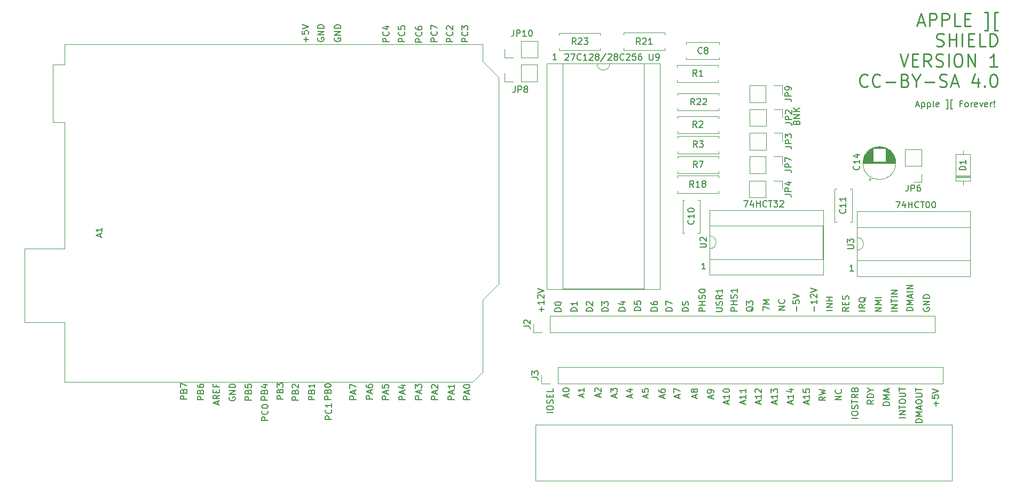
<source format=gbr>
G04 #@! TF.GenerationSoftware,KiCad,Pcbnew,(6.0.2)*
G04 #@! TF.CreationDate,2022-06-14T22:08:35-05:00*
G04 #@! TF.ProjectId,Apple2Card,4170706c-6532-4436-9172-642e6b696361,rev?*
G04 #@! TF.SameCoordinates,Original*
G04 #@! TF.FileFunction,Legend,Top*
G04 #@! TF.FilePolarity,Positive*
%FSLAX46Y46*%
G04 Gerber Fmt 4.6, Leading zero omitted, Abs format (unit mm)*
G04 Created by KiCad (PCBNEW (6.0.2)) date 2022-06-14 22:08:35*
%MOMM*%
%LPD*%
G01*
G04 APERTURE LIST*
%ADD10C,0.150000*%
%ADD11C,0.250000*%
%ADD12C,0.120000*%
G04 APERTURE END LIST*
D10*
X62822380Y-90438095D02*
X61822380Y-90438095D01*
X61822380Y-90057142D01*
X61870000Y-89961904D01*
X61917619Y-89914285D01*
X62012857Y-89866666D01*
X62155714Y-89866666D01*
X62250952Y-89914285D01*
X62298571Y-89961904D01*
X62346190Y-90057142D01*
X62346190Y-90438095D01*
X62298571Y-89104761D02*
X62346190Y-88961904D01*
X62393809Y-88914285D01*
X62489047Y-88866666D01*
X62631904Y-88866666D01*
X62727142Y-88914285D01*
X62774761Y-88961904D01*
X62822380Y-89057142D01*
X62822380Y-89438095D01*
X61822380Y-89438095D01*
X61822380Y-89104761D01*
X61870000Y-89009523D01*
X61917619Y-88961904D01*
X62012857Y-88914285D01*
X62108095Y-88914285D01*
X62203333Y-88961904D01*
X62250952Y-89009523D01*
X62298571Y-89104761D01*
X62298571Y-89438095D01*
X61822380Y-88533333D02*
X61822380Y-87866666D01*
X62822380Y-88295238D01*
X65482380Y-90528095D02*
X64482380Y-90528095D01*
X64482380Y-90147142D01*
X64530000Y-90051904D01*
X64577619Y-90004285D01*
X64672857Y-89956666D01*
X64815714Y-89956666D01*
X64910952Y-90004285D01*
X64958571Y-90051904D01*
X65006190Y-90147142D01*
X65006190Y-90528095D01*
X64958571Y-89194761D02*
X65006190Y-89051904D01*
X65053809Y-89004285D01*
X65149047Y-88956666D01*
X65291904Y-88956666D01*
X65387142Y-89004285D01*
X65434761Y-89051904D01*
X65482380Y-89147142D01*
X65482380Y-89528095D01*
X64482380Y-89528095D01*
X64482380Y-89194761D01*
X64530000Y-89099523D01*
X64577619Y-89051904D01*
X64672857Y-89004285D01*
X64768095Y-89004285D01*
X64863333Y-89051904D01*
X64910952Y-89099523D01*
X64958571Y-89194761D01*
X64958571Y-89528095D01*
X64482380Y-88099523D02*
X64482380Y-88290000D01*
X64530000Y-88385238D01*
X64577619Y-88432857D01*
X64720476Y-88528095D01*
X64910952Y-88575714D01*
X65291904Y-88575714D01*
X65387142Y-88528095D01*
X65434761Y-88480476D01*
X65482380Y-88385238D01*
X65482380Y-88194761D01*
X65434761Y-88099523D01*
X65387142Y-88051904D01*
X65291904Y-88004285D01*
X65053809Y-88004285D01*
X64958571Y-88051904D01*
X64910952Y-88099523D01*
X64863333Y-88194761D01*
X64863333Y-88385238D01*
X64910952Y-88480476D01*
X64958571Y-88528095D01*
X65053809Y-88575714D01*
X75682380Y-93808095D02*
X74682380Y-93808095D01*
X74682380Y-93427142D01*
X74730000Y-93331904D01*
X74777619Y-93284285D01*
X74872857Y-93236666D01*
X75015714Y-93236666D01*
X75110952Y-93284285D01*
X75158571Y-93331904D01*
X75206190Y-93427142D01*
X75206190Y-93808095D01*
X75587142Y-92236666D02*
X75634761Y-92284285D01*
X75682380Y-92427142D01*
X75682380Y-92522380D01*
X75634761Y-92665238D01*
X75539523Y-92760476D01*
X75444285Y-92808095D01*
X75253809Y-92855714D01*
X75110952Y-92855714D01*
X74920476Y-92808095D01*
X74825238Y-92760476D01*
X74730000Y-92665238D01*
X74682380Y-92522380D01*
X74682380Y-92427142D01*
X74730000Y-92284285D01*
X74777619Y-92236666D01*
X74682380Y-91617619D02*
X74682380Y-91522380D01*
X74730000Y-91427142D01*
X74777619Y-91379523D01*
X74872857Y-91331904D01*
X75063333Y-91284285D01*
X75301428Y-91284285D01*
X75491904Y-91331904D01*
X75587142Y-91379523D01*
X75634761Y-91427142D01*
X75682380Y-91522380D01*
X75682380Y-91617619D01*
X75634761Y-91712857D01*
X75587142Y-91760476D01*
X75491904Y-91808095D01*
X75301428Y-91855714D01*
X75063333Y-91855714D01*
X74872857Y-91808095D01*
X74777619Y-91760476D01*
X74730000Y-91712857D01*
X74682380Y-91617619D01*
X85772380Y-93638095D02*
X84772380Y-93638095D01*
X84772380Y-93257142D01*
X84820000Y-93161904D01*
X84867619Y-93114285D01*
X84962857Y-93066666D01*
X85105714Y-93066666D01*
X85200952Y-93114285D01*
X85248571Y-93161904D01*
X85296190Y-93257142D01*
X85296190Y-93638095D01*
X85677142Y-92066666D02*
X85724761Y-92114285D01*
X85772380Y-92257142D01*
X85772380Y-92352380D01*
X85724761Y-92495238D01*
X85629523Y-92590476D01*
X85534285Y-92638095D01*
X85343809Y-92685714D01*
X85200952Y-92685714D01*
X85010476Y-92638095D01*
X84915238Y-92590476D01*
X84820000Y-92495238D01*
X84772380Y-92352380D01*
X84772380Y-92257142D01*
X84820000Y-92114285D01*
X84867619Y-92066666D01*
X85772380Y-91114285D02*
X85772380Y-91685714D01*
X85772380Y-91400000D02*
X84772380Y-91400000D01*
X84915238Y-91495238D01*
X85010476Y-91590476D01*
X85058095Y-91685714D01*
X94862380Y-33698095D02*
X93862380Y-33698095D01*
X93862380Y-33317142D01*
X93910000Y-33221904D01*
X93957619Y-33174285D01*
X94052857Y-33126666D01*
X94195714Y-33126666D01*
X94290952Y-33174285D01*
X94338571Y-33221904D01*
X94386190Y-33317142D01*
X94386190Y-33698095D01*
X94767142Y-32126666D02*
X94814761Y-32174285D01*
X94862380Y-32317142D01*
X94862380Y-32412380D01*
X94814761Y-32555238D01*
X94719523Y-32650476D01*
X94624285Y-32698095D01*
X94433809Y-32745714D01*
X94290952Y-32745714D01*
X94100476Y-32698095D01*
X94005238Y-32650476D01*
X93910000Y-32555238D01*
X93862380Y-32412380D01*
X93862380Y-32317142D01*
X93910000Y-32174285D01*
X93957619Y-32126666D01*
X94195714Y-31269523D02*
X94862380Y-31269523D01*
X93814761Y-31507619D02*
X94529047Y-31745714D01*
X94529047Y-31126666D01*
X97372380Y-33698095D02*
X96372380Y-33698095D01*
X96372380Y-33317142D01*
X96420000Y-33221904D01*
X96467619Y-33174285D01*
X96562857Y-33126666D01*
X96705714Y-33126666D01*
X96800952Y-33174285D01*
X96848571Y-33221904D01*
X96896190Y-33317142D01*
X96896190Y-33698095D01*
X97277142Y-32126666D02*
X97324761Y-32174285D01*
X97372380Y-32317142D01*
X97372380Y-32412380D01*
X97324761Y-32555238D01*
X97229523Y-32650476D01*
X97134285Y-32698095D01*
X96943809Y-32745714D01*
X96800952Y-32745714D01*
X96610476Y-32698095D01*
X96515238Y-32650476D01*
X96420000Y-32555238D01*
X96372380Y-32412380D01*
X96372380Y-32317142D01*
X96420000Y-32174285D01*
X96467619Y-32126666D01*
X96372380Y-31221904D02*
X96372380Y-31698095D01*
X96848571Y-31745714D01*
X96800952Y-31698095D01*
X96753333Y-31602857D01*
X96753333Y-31364761D01*
X96800952Y-31269523D01*
X96848571Y-31221904D01*
X96943809Y-31174285D01*
X97181904Y-31174285D01*
X97277142Y-31221904D01*
X97324761Y-31269523D01*
X97372380Y-31364761D01*
X97372380Y-31602857D01*
X97324761Y-31698095D01*
X97277142Y-31745714D01*
X100082380Y-33748095D02*
X99082380Y-33748095D01*
X99082380Y-33367142D01*
X99130000Y-33271904D01*
X99177619Y-33224285D01*
X99272857Y-33176666D01*
X99415714Y-33176666D01*
X99510952Y-33224285D01*
X99558571Y-33271904D01*
X99606190Y-33367142D01*
X99606190Y-33748095D01*
X99987142Y-32176666D02*
X100034761Y-32224285D01*
X100082380Y-32367142D01*
X100082380Y-32462380D01*
X100034761Y-32605238D01*
X99939523Y-32700476D01*
X99844285Y-32748095D01*
X99653809Y-32795714D01*
X99510952Y-32795714D01*
X99320476Y-32748095D01*
X99225238Y-32700476D01*
X99130000Y-32605238D01*
X99082380Y-32462380D01*
X99082380Y-32367142D01*
X99130000Y-32224285D01*
X99177619Y-32176666D01*
X99082380Y-31319523D02*
X99082380Y-31510000D01*
X99130000Y-31605238D01*
X99177619Y-31652857D01*
X99320476Y-31748095D01*
X99510952Y-31795714D01*
X99891904Y-31795714D01*
X99987142Y-31748095D01*
X100034761Y-31700476D01*
X100082380Y-31605238D01*
X100082380Y-31414761D01*
X100034761Y-31319523D01*
X99987142Y-31271904D01*
X99891904Y-31224285D01*
X99653809Y-31224285D01*
X99558571Y-31271904D01*
X99510952Y-31319523D01*
X99463333Y-31414761D01*
X99463333Y-31605238D01*
X99510952Y-31700476D01*
X99558571Y-31748095D01*
X99653809Y-31795714D01*
X102512380Y-33648095D02*
X101512380Y-33648095D01*
X101512380Y-33267142D01*
X101560000Y-33171904D01*
X101607619Y-33124285D01*
X101702857Y-33076666D01*
X101845714Y-33076666D01*
X101940952Y-33124285D01*
X101988571Y-33171904D01*
X102036190Y-33267142D01*
X102036190Y-33648095D01*
X102417142Y-32076666D02*
X102464761Y-32124285D01*
X102512380Y-32267142D01*
X102512380Y-32362380D01*
X102464761Y-32505238D01*
X102369523Y-32600476D01*
X102274285Y-32648095D01*
X102083809Y-32695714D01*
X101940952Y-32695714D01*
X101750476Y-32648095D01*
X101655238Y-32600476D01*
X101560000Y-32505238D01*
X101512380Y-32362380D01*
X101512380Y-32267142D01*
X101560000Y-32124285D01*
X101607619Y-32076666D01*
X101512380Y-31743333D02*
X101512380Y-31076666D01*
X102512380Y-31505238D01*
X104992380Y-33698095D02*
X103992380Y-33698095D01*
X103992380Y-33317142D01*
X104040000Y-33221904D01*
X104087619Y-33174285D01*
X104182857Y-33126666D01*
X104325714Y-33126666D01*
X104420952Y-33174285D01*
X104468571Y-33221904D01*
X104516190Y-33317142D01*
X104516190Y-33698095D01*
X104897142Y-32126666D02*
X104944761Y-32174285D01*
X104992380Y-32317142D01*
X104992380Y-32412380D01*
X104944761Y-32555238D01*
X104849523Y-32650476D01*
X104754285Y-32698095D01*
X104563809Y-32745714D01*
X104420952Y-32745714D01*
X104230476Y-32698095D01*
X104135238Y-32650476D01*
X104040000Y-32555238D01*
X103992380Y-32412380D01*
X103992380Y-32317142D01*
X104040000Y-32174285D01*
X104087619Y-32126666D01*
X104087619Y-31745714D02*
X104040000Y-31698095D01*
X103992380Y-31602857D01*
X103992380Y-31364761D01*
X104040000Y-31269523D01*
X104087619Y-31221904D01*
X104182857Y-31174285D01*
X104278095Y-31174285D01*
X104420952Y-31221904D01*
X104992380Y-31793333D01*
X104992380Y-31174285D01*
X67686666Y-91249047D02*
X67686666Y-90772857D01*
X67972380Y-91344285D02*
X66972380Y-91010952D01*
X67972380Y-90677619D01*
X67972380Y-89772857D02*
X67496190Y-90106190D01*
X67972380Y-90344285D02*
X66972380Y-90344285D01*
X66972380Y-89963333D01*
X67020000Y-89868095D01*
X67067619Y-89820476D01*
X67162857Y-89772857D01*
X67305714Y-89772857D01*
X67400952Y-89820476D01*
X67448571Y-89868095D01*
X67496190Y-89963333D01*
X67496190Y-90344285D01*
X67448571Y-89344285D02*
X67448571Y-89010952D01*
X67972380Y-88868095D02*
X67972380Y-89344285D01*
X66972380Y-89344285D01*
X66972380Y-88868095D01*
X67448571Y-88106190D02*
X67448571Y-88439523D01*
X67972380Y-88439523D02*
X66972380Y-88439523D01*
X66972380Y-87963333D01*
X86270000Y-33101904D02*
X86222380Y-33197142D01*
X86222380Y-33340000D01*
X86270000Y-33482857D01*
X86365238Y-33578095D01*
X86460476Y-33625714D01*
X86650952Y-33673333D01*
X86793809Y-33673333D01*
X86984285Y-33625714D01*
X87079523Y-33578095D01*
X87174761Y-33482857D01*
X87222380Y-33340000D01*
X87222380Y-33244761D01*
X87174761Y-33101904D01*
X87127142Y-33054285D01*
X86793809Y-33054285D01*
X86793809Y-33244761D01*
X87222380Y-32625714D02*
X86222380Y-32625714D01*
X87222380Y-32054285D01*
X86222380Y-32054285D01*
X87222380Y-31578095D02*
X86222380Y-31578095D01*
X86222380Y-31340000D01*
X86270000Y-31197142D01*
X86365238Y-31101904D01*
X86460476Y-31054285D01*
X86650952Y-31006666D01*
X86793809Y-31006666D01*
X86984285Y-31054285D01*
X87079523Y-31101904D01*
X87174761Y-31197142D01*
X87222380Y-31340000D01*
X87222380Y-31578095D01*
X83590000Y-33081904D02*
X83542380Y-33177142D01*
X83542380Y-33320000D01*
X83590000Y-33462857D01*
X83685238Y-33558095D01*
X83780476Y-33605714D01*
X83970952Y-33653333D01*
X84113809Y-33653333D01*
X84304285Y-33605714D01*
X84399523Y-33558095D01*
X84494761Y-33462857D01*
X84542380Y-33320000D01*
X84542380Y-33224761D01*
X84494761Y-33081904D01*
X84447142Y-33034285D01*
X84113809Y-33034285D01*
X84113809Y-33224761D01*
X84542380Y-32605714D02*
X83542380Y-32605714D01*
X84542380Y-32034285D01*
X83542380Y-32034285D01*
X84542380Y-31558095D02*
X83542380Y-31558095D01*
X83542380Y-31320000D01*
X83590000Y-31177142D01*
X83685238Y-31081904D01*
X83780476Y-31034285D01*
X83970952Y-30986666D01*
X84113809Y-30986666D01*
X84304285Y-31034285D01*
X84399523Y-31081904D01*
X84494761Y-31177142D01*
X84542380Y-31320000D01*
X84542380Y-31558095D01*
X81711428Y-33685714D02*
X81711428Y-32923809D01*
X82092380Y-33304761D02*
X81330476Y-33304761D01*
X81092380Y-31971428D02*
X81092380Y-32447619D01*
X81568571Y-32495238D01*
X81520952Y-32447619D01*
X81473333Y-32352380D01*
X81473333Y-32114285D01*
X81520952Y-32019047D01*
X81568571Y-31971428D01*
X81663809Y-31923809D01*
X81901904Y-31923809D01*
X81997142Y-31971428D01*
X82044761Y-32019047D01*
X82092380Y-32114285D01*
X82092380Y-32352380D01*
X82044761Y-32447619D01*
X81997142Y-32495238D01*
X81092380Y-31638095D02*
X82092380Y-31304761D01*
X81092380Y-30971428D01*
X107392380Y-33698095D02*
X106392380Y-33698095D01*
X106392380Y-33317142D01*
X106440000Y-33221904D01*
X106487619Y-33174285D01*
X106582857Y-33126666D01*
X106725714Y-33126666D01*
X106820952Y-33174285D01*
X106868571Y-33221904D01*
X106916190Y-33317142D01*
X106916190Y-33698095D01*
X107297142Y-32126666D02*
X107344761Y-32174285D01*
X107392380Y-32317142D01*
X107392380Y-32412380D01*
X107344761Y-32555238D01*
X107249523Y-32650476D01*
X107154285Y-32698095D01*
X106963809Y-32745714D01*
X106820952Y-32745714D01*
X106630476Y-32698095D01*
X106535238Y-32650476D01*
X106440000Y-32555238D01*
X106392380Y-32412380D01*
X106392380Y-32317142D01*
X106440000Y-32174285D01*
X106487619Y-32126666D01*
X106392380Y-31793333D02*
X106392380Y-31174285D01*
X106773333Y-31507619D01*
X106773333Y-31364761D01*
X106820952Y-31269523D01*
X106868571Y-31221904D01*
X106963809Y-31174285D01*
X107201904Y-31174285D01*
X107297142Y-31221904D01*
X107344761Y-31269523D01*
X107392380Y-31364761D01*
X107392380Y-31650476D01*
X107344761Y-31745714D01*
X107297142Y-31793333D01*
X69550000Y-90091904D02*
X69502380Y-90187142D01*
X69502380Y-90330000D01*
X69550000Y-90472857D01*
X69645238Y-90568095D01*
X69740476Y-90615714D01*
X69930952Y-90663333D01*
X70073809Y-90663333D01*
X70264285Y-90615714D01*
X70359523Y-90568095D01*
X70454761Y-90472857D01*
X70502380Y-90330000D01*
X70502380Y-90234761D01*
X70454761Y-90091904D01*
X70407142Y-90044285D01*
X70073809Y-90044285D01*
X70073809Y-90234761D01*
X70502380Y-89615714D02*
X69502380Y-89615714D01*
X70502380Y-89044285D01*
X69502380Y-89044285D01*
X70502380Y-88568095D02*
X69502380Y-88568095D01*
X69502380Y-88330000D01*
X69550000Y-88187142D01*
X69645238Y-88091904D01*
X69740476Y-88044285D01*
X69930952Y-87996666D01*
X70073809Y-87996666D01*
X70264285Y-88044285D01*
X70359523Y-88091904D01*
X70454761Y-88187142D01*
X70502380Y-88330000D01*
X70502380Y-88568095D01*
X73052380Y-90548095D02*
X72052380Y-90548095D01*
X72052380Y-90167142D01*
X72100000Y-90071904D01*
X72147619Y-90024285D01*
X72242857Y-89976666D01*
X72385714Y-89976666D01*
X72480952Y-90024285D01*
X72528571Y-90071904D01*
X72576190Y-90167142D01*
X72576190Y-90548095D01*
X72528571Y-89214761D02*
X72576190Y-89071904D01*
X72623809Y-89024285D01*
X72719047Y-88976666D01*
X72861904Y-88976666D01*
X72957142Y-89024285D01*
X73004761Y-89071904D01*
X73052380Y-89167142D01*
X73052380Y-89548095D01*
X72052380Y-89548095D01*
X72052380Y-89214761D01*
X72100000Y-89119523D01*
X72147619Y-89071904D01*
X72242857Y-89024285D01*
X72338095Y-89024285D01*
X72433333Y-89071904D01*
X72480952Y-89119523D01*
X72528571Y-89214761D01*
X72528571Y-89548095D01*
X72052380Y-88071904D02*
X72052380Y-88548095D01*
X72528571Y-88595714D01*
X72480952Y-88548095D01*
X72433333Y-88452857D01*
X72433333Y-88214761D01*
X72480952Y-88119523D01*
X72528571Y-88071904D01*
X72623809Y-88024285D01*
X72861904Y-88024285D01*
X72957142Y-88071904D01*
X73004761Y-88119523D01*
X73052380Y-88214761D01*
X73052380Y-88452857D01*
X73004761Y-88548095D01*
X72957142Y-88595714D01*
X75622380Y-90538095D02*
X74622380Y-90538095D01*
X74622380Y-90157142D01*
X74670000Y-90061904D01*
X74717619Y-90014285D01*
X74812857Y-89966666D01*
X74955714Y-89966666D01*
X75050952Y-90014285D01*
X75098571Y-90061904D01*
X75146190Y-90157142D01*
X75146190Y-90538095D01*
X75098571Y-89204761D02*
X75146190Y-89061904D01*
X75193809Y-89014285D01*
X75289047Y-88966666D01*
X75431904Y-88966666D01*
X75527142Y-89014285D01*
X75574761Y-89061904D01*
X75622380Y-89157142D01*
X75622380Y-89538095D01*
X74622380Y-89538095D01*
X74622380Y-89204761D01*
X74670000Y-89109523D01*
X74717619Y-89061904D01*
X74812857Y-89014285D01*
X74908095Y-89014285D01*
X75003333Y-89061904D01*
X75050952Y-89109523D01*
X75098571Y-89204761D01*
X75098571Y-89538095D01*
X74955714Y-88109523D02*
X75622380Y-88109523D01*
X74574761Y-88347619D02*
X75289047Y-88585714D01*
X75289047Y-87966666D01*
X78092380Y-90418095D02*
X77092380Y-90418095D01*
X77092380Y-90037142D01*
X77140000Y-89941904D01*
X77187619Y-89894285D01*
X77282857Y-89846666D01*
X77425714Y-89846666D01*
X77520952Y-89894285D01*
X77568571Y-89941904D01*
X77616190Y-90037142D01*
X77616190Y-90418095D01*
X77568571Y-89084761D02*
X77616190Y-88941904D01*
X77663809Y-88894285D01*
X77759047Y-88846666D01*
X77901904Y-88846666D01*
X77997142Y-88894285D01*
X78044761Y-88941904D01*
X78092380Y-89037142D01*
X78092380Y-89418095D01*
X77092380Y-89418095D01*
X77092380Y-89084761D01*
X77140000Y-88989523D01*
X77187619Y-88941904D01*
X77282857Y-88894285D01*
X77378095Y-88894285D01*
X77473333Y-88941904D01*
X77520952Y-88989523D01*
X77568571Y-89084761D01*
X77568571Y-89418095D01*
X77092380Y-88513333D02*
X77092380Y-87894285D01*
X77473333Y-88227619D01*
X77473333Y-88084761D01*
X77520952Y-87989523D01*
X77568571Y-87941904D01*
X77663809Y-87894285D01*
X77901904Y-87894285D01*
X77997142Y-87941904D01*
X78044761Y-87989523D01*
X78092380Y-88084761D01*
X78092380Y-88370476D01*
X78044761Y-88465714D01*
X77997142Y-88513333D01*
X80512380Y-90558095D02*
X79512380Y-90558095D01*
X79512380Y-90177142D01*
X79560000Y-90081904D01*
X79607619Y-90034285D01*
X79702857Y-89986666D01*
X79845714Y-89986666D01*
X79940952Y-90034285D01*
X79988571Y-90081904D01*
X80036190Y-90177142D01*
X80036190Y-90558095D01*
X79988571Y-89224761D02*
X80036190Y-89081904D01*
X80083809Y-89034285D01*
X80179047Y-88986666D01*
X80321904Y-88986666D01*
X80417142Y-89034285D01*
X80464761Y-89081904D01*
X80512380Y-89177142D01*
X80512380Y-89558095D01*
X79512380Y-89558095D01*
X79512380Y-89224761D01*
X79560000Y-89129523D01*
X79607619Y-89081904D01*
X79702857Y-89034285D01*
X79798095Y-89034285D01*
X79893333Y-89081904D01*
X79940952Y-89129523D01*
X79988571Y-89224761D01*
X79988571Y-89558095D01*
X79607619Y-88605714D02*
X79560000Y-88558095D01*
X79512380Y-88462857D01*
X79512380Y-88224761D01*
X79560000Y-88129523D01*
X79607619Y-88081904D01*
X79702857Y-88034285D01*
X79798095Y-88034285D01*
X79940952Y-88081904D01*
X80512380Y-88653333D01*
X80512380Y-88034285D01*
X83082380Y-90518095D02*
X82082380Y-90518095D01*
X82082380Y-90137142D01*
X82130000Y-90041904D01*
X82177619Y-89994285D01*
X82272857Y-89946666D01*
X82415714Y-89946666D01*
X82510952Y-89994285D01*
X82558571Y-90041904D01*
X82606190Y-90137142D01*
X82606190Y-90518095D01*
X82558571Y-89184761D02*
X82606190Y-89041904D01*
X82653809Y-88994285D01*
X82749047Y-88946666D01*
X82891904Y-88946666D01*
X82987142Y-88994285D01*
X83034761Y-89041904D01*
X83082380Y-89137142D01*
X83082380Y-89518095D01*
X82082380Y-89518095D01*
X82082380Y-89184761D01*
X82130000Y-89089523D01*
X82177619Y-89041904D01*
X82272857Y-88994285D01*
X82368095Y-88994285D01*
X82463333Y-89041904D01*
X82510952Y-89089523D01*
X82558571Y-89184761D01*
X82558571Y-89518095D01*
X83082380Y-87994285D02*
X83082380Y-88565714D01*
X83082380Y-88280000D02*
X82082380Y-88280000D01*
X82225238Y-88375238D01*
X82320476Y-88470476D01*
X82368095Y-88565714D01*
X85662380Y-90468095D02*
X84662380Y-90468095D01*
X84662380Y-90087142D01*
X84710000Y-89991904D01*
X84757619Y-89944285D01*
X84852857Y-89896666D01*
X84995714Y-89896666D01*
X85090952Y-89944285D01*
X85138571Y-89991904D01*
X85186190Y-90087142D01*
X85186190Y-90468095D01*
X85138571Y-89134761D02*
X85186190Y-88991904D01*
X85233809Y-88944285D01*
X85329047Y-88896666D01*
X85471904Y-88896666D01*
X85567142Y-88944285D01*
X85614761Y-88991904D01*
X85662380Y-89087142D01*
X85662380Y-89468095D01*
X84662380Y-89468095D01*
X84662380Y-89134761D01*
X84710000Y-89039523D01*
X84757619Y-88991904D01*
X84852857Y-88944285D01*
X84948095Y-88944285D01*
X85043333Y-88991904D01*
X85090952Y-89039523D01*
X85138571Y-89134761D01*
X85138571Y-89468095D01*
X84662380Y-88277619D02*
X84662380Y-88182380D01*
X84710000Y-88087142D01*
X84757619Y-88039523D01*
X84852857Y-87991904D01*
X85043333Y-87944285D01*
X85281428Y-87944285D01*
X85471904Y-87991904D01*
X85567142Y-88039523D01*
X85614761Y-88087142D01*
X85662380Y-88182380D01*
X85662380Y-88277619D01*
X85614761Y-88372857D01*
X85567142Y-88420476D01*
X85471904Y-88468095D01*
X85281428Y-88515714D01*
X85043333Y-88515714D01*
X84852857Y-88468095D01*
X84757619Y-88420476D01*
X84710000Y-88372857D01*
X84662380Y-88277619D01*
X89672380Y-90456666D02*
X88672380Y-90456666D01*
X88672380Y-90075714D01*
X88720000Y-89980476D01*
X88767619Y-89932857D01*
X88862857Y-89885238D01*
X89005714Y-89885238D01*
X89100952Y-89932857D01*
X89148571Y-89980476D01*
X89196190Y-90075714D01*
X89196190Y-90456666D01*
X89386666Y-89504285D02*
X89386666Y-89028095D01*
X89672380Y-89599523D02*
X88672380Y-89266190D01*
X89672380Y-88932857D01*
X88672380Y-88694761D02*
X88672380Y-88028095D01*
X89672380Y-88456666D01*
X92252380Y-90416666D02*
X91252380Y-90416666D01*
X91252380Y-90035714D01*
X91300000Y-89940476D01*
X91347619Y-89892857D01*
X91442857Y-89845238D01*
X91585714Y-89845238D01*
X91680952Y-89892857D01*
X91728571Y-89940476D01*
X91776190Y-90035714D01*
X91776190Y-90416666D01*
X91966666Y-89464285D02*
X91966666Y-88988095D01*
X92252380Y-89559523D02*
X91252380Y-89226190D01*
X92252380Y-88892857D01*
X91252380Y-88130952D02*
X91252380Y-88321428D01*
X91300000Y-88416666D01*
X91347619Y-88464285D01*
X91490476Y-88559523D01*
X91680952Y-88607142D01*
X92061904Y-88607142D01*
X92157142Y-88559523D01*
X92204761Y-88511904D01*
X92252380Y-88416666D01*
X92252380Y-88226190D01*
X92204761Y-88130952D01*
X92157142Y-88083333D01*
X92061904Y-88035714D01*
X91823809Y-88035714D01*
X91728571Y-88083333D01*
X91680952Y-88130952D01*
X91633333Y-88226190D01*
X91633333Y-88416666D01*
X91680952Y-88511904D01*
X91728571Y-88559523D01*
X91823809Y-88607142D01*
X94782380Y-90466666D02*
X93782380Y-90466666D01*
X93782380Y-90085714D01*
X93830000Y-89990476D01*
X93877619Y-89942857D01*
X93972857Y-89895238D01*
X94115714Y-89895238D01*
X94210952Y-89942857D01*
X94258571Y-89990476D01*
X94306190Y-90085714D01*
X94306190Y-90466666D01*
X94496666Y-89514285D02*
X94496666Y-89038095D01*
X94782380Y-89609523D02*
X93782380Y-89276190D01*
X94782380Y-88942857D01*
X93782380Y-88133333D02*
X93782380Y-88609523D01*
X94258571Y-88657142D01*
X94210952Y-88609523D01*
X94163333Y-88514285D01*
X94163333Y-88276190D01*
X94210952Y-88180952D01*
X94258571Y-88133333D01*
X94353809Y-88085714D01*
X94591904Y-88085714D01*
X94687142Y-88133333D01*
X94734761Y-88180952D01*
X94782380Y-88276190D01*
X94782380Y-88514285D01*
X94734761Y-88609523D01*
X94687142Y-88657142D01*
X97432380Y-90526666D02*
X96432380Y-90526666D01*
X96432380Y-90145714D01*
X96480000Y-90050476D01*
X96527619Y-90002857D01*
X96622857Y-89955238D01*
X96765714Y-89955238D01*
X96860952Y-90002857D01*
X96908571Y-90050476D01*
X96956190Y-90145714D01*
X96956190Y-90526666D01*
X97146666Y-89574285D02*
X97146666Y-89098095D01*
X97432380Y-89669523D02*
X96432380Y-89336190D01*
X97432380Y-89002857D01*
X96765714Y-88240952D02*
X97432380Y-88240952D01*
X96384761Y-88479047D02*
X97099047Y-88717142D01*
X97099047Y-88098095D01*
X100042380Y-90446666D02*
X99042380Y-90446666D01*
X99042380Y-90065714D01*
X99090000Y-89970476D01*
X99137619Y-89922857D01*
X99232857Y-89875238D01*
X99375714Y-89875238D01*
X99470952Y-89922857D01*
X99518571Y-89970476D01*
X99566190Y-90065714D01*
X99566190Y-90446666D01*
X99756666Y-89494285D02*
X99756666Y-89018095D01*
X100042380Y-89589523D02*
X99042380Y-89256190D01*
X100042380Y-88922857D01*
X99042380Y-88684761D02*
X99042380Y-88065714D01*
X99423333Y-88399047D01*
X99423333Y-88256190D01*
X99470952Y-88160952D01*
X99518571Y-88113333D01*
X99613809Y-88065714D01*
X99851904Y-88065714D01*
X99947142Y-88113333D01*
X99994761Y-88160952D01*
X100042380Y-88256190D01*
X100042380Y-88541904D01*
X99994761Y-88637142D01*
X99947142Y-88684761D01*
X102592380Y-90476666D02*
X101592380Y-90476666D01*
X101592380Y-90095714D01*
X101640000Y-90000476D01*
X101687619Y-89952857D01*
X101782857Y-89905238D01*
X101925714Y-89905238D01*
X102020952Y-89952857D01*
X102068571Y-90000476D01*
X102116190Y-90095714D01*
X102116190Y-90476666D01*
X102306666Y-89524285D02*
X102306666Y-89048095D01*
X102592380Y-89619523D02*
X101592380Y-89286190D01*
X102592380Y-88952857D01*
X101687619Y-88667142D02*
X101640000Y-88619523D01*
X101592380Y-88524285D01*
X101592380Y-88286190D01*
X101640000Y-88190952D01*
X101687619Y-88143333D01*
X101782857Y-88095714D01*
X101878095Y-88095714D01*
X102020952Y-88143333D01*
X102592380Y-88714761D01*
X102592380Y-88095714D01*
X105212380Y-90476666D02*
X104212380Y-90476666D01*
X104212380Y-90095714D01*
X104260000Y-90000476D01*
X104307619Y-89952857D01*
X104402857Y-89905238D01*
X104545714Y-89905238D01*
X104640952Y-89952857D01*
X104688571Y-90000476D01*
X104736190Y-90095714D01*
X104736190Y-90476666D01*
X104926666Y-89524285D02*
X104926666Y-89048095D01*
X105212380Y-89619523D02*
X104212380Y-89286190D01*
X105212380Y-88952857D01*
X105212380Y-88095714D02*
X105212380Y-88667142D01*
X105212380Y-88381428D02*
X104212380Y-88381428D01*
X104355238Y-88476666D01*
X104450476Y-88571904D01*
X104498095Y-88667142D01*
X107692380Y-90476666D02*
X106692380Y-90476666D01*
X106692380Y-90095714D01*
X106740000Y-90000476D01*
X106787619Y-89952857D01*
X106882857Y-89905238D01*
X107025714Y-89905238D01*
X107120952Y-89952857D01*
X107168571Y-90000476D01*
X107216190Y-90095714D01*
X107216190Y-90476666D01*
X107406666Y-89524285D02*
X107406666Y-89048095D01*
X107692380Y-89619523D02*
X106692380Y-89286190D01*
X107692380Y-88952857D01*
X106692380Y-88429047D02*
X106692380Y-88333809D01*
X106740000Y-88238571D01*
X106787619Y-88190952D01*
X106882857Y-88143333D01*
X107073333Y-88095714D01*
X107311428Y-88095714D01*
X107501904Y-88143333D01*
X107597142Y-88190952D01*
X107644761Y-88238571D01*
X107692380Y-88333809D01*
X107692380Y-88429047D01*
X107644761Y-88524285D01*
X107597142Y-88571904D01*
X107501904Y-88619523D01*
X107311428Y-88667142D01*
X107073333Y-88667142D01*
X106882857Y-88619523D01*
X106787619Y-88571904D01*
X106740000Y-88524285D01*
X106692380Y-88429047D01*
X140766666Y-90214285D02*
X140766666Y-89738095D01*
X141052380Y-90309523D02*
X140052380Y-89976190D01*
X141052380Y-89642857D01*
X140052380Y-89404761D02*
X140052380Y-88738095D01*
X141052380Y-89166666D01*
X137432380Y-76398095D02*
X136432380Y-76398095D01*
X136432380Y-76160000D01*
X136480000Y-76017142D01*
X136575238Y-75921904D01*
X136670476Y-75874285D01*
X136860952Y-75826666D01*
X137003809Y-75826666D01*
X137194285Y-75874285D01*
X137289523Y-75921904D01*
X137384761Y-76017142D01*
X137432380Y-76160000D01*
X137432380Y-76398095D01*
X136432380Y-74969523D02*
X136432380Y-75160000D01*
X136480000Y-75255238D01*
X136527619Y-75302857D01*
X136670476Y-75398095D01*
X136860952Y-75445714D01*
X137241904Y-75445714D01*
X137337142Y-75398095D01*
X137384761Y-75350476D01*
X137432380Y-75255238D01*
X137432380Y-75064761D01*
X137384761Y-74969523D01*
X137337142Y-74921904D01*
X137241904Y-74874285D01*
X137003809Y-74874285D01*
X136908571Y-74921904D01*
X136860952Y-74969523D01*
X136813333Y-75064761D01*
X136813333Y-75255238D01*
X136860952Y-75350476D01*
X136908571Y-75398095D01*
X137003809Y-75445714D01*
X148556666Y-91150476D02*
X148556666Y-90674285D01*
X148842380Y-91245714D02*
X147842380Y-90912380D01*
X148842380Y-90579047D01*
X148842380Y-89721904D02*
X148842380Y-90293333D01*
X148842380Y-90007619D02*
X147842380Y-90007619D01*
X147985238Y-90102857D01*
X148080476Y-90198095D01*
X148128095Y-90293333D01*
X147842380Y-89102857D02*
X147842380Y-89007619D01*
X147890000Y-88912380D01*
X147937619Y-88864761D01*
X148032857Y-88817142D01*
X148223333Y-88769523D01*
X148461428Y-88769523D01*
X148651904Y-88817142D01*
X148747142Y-88864761D01*
X148794761Y-88912380D01*
X148842380Y-89007619D01*
X148842380Y-89102857D01*
X148794761Y-89198095D01*
X148747142Y-89245714D01*
X148651904Y-89293333D01*
X148461428Y-89340952D01*
X148223333Y-89340952D01*
X148032857Y-89293333D01*
X147937619Y-89245714D01*
X147890000Y-89198095D01*
X147842380Y-89102857D01*
X138356666Y-90214285D02*
X138356666Y-89738095D01*
X138642380Y-90309523D02*
X137642380Y-89976190D01*
X138642380Y-89642857D01*
X137642380Y-88880952D02*
X137642380Y-89071428D01*
X137690000Y-89166666D01*
X137737619Y-89214285D01*
X137880476Y-89309523D01*
X138070952Y-89357142D01*
X138451904Y-89357142D01*
X138547142Y-89309523D01*
X138594761Y-89261904D01*
X138642380Y-89166666D01*
X138642380Y-88976190D01*
X138594761Y-88880952D01*
X138547142Y-88833333D01*
X138451904Y-88785714D01*
X138213809Y-88785714D01*
X138118571Y-88833333D01*
X138070952Y-88880952D01*
X138023333Y-88976190D01*
X138023333Y-89166666D01*
X138070952Y-89261904D01*
X138118571Y-89309523D01*
X138213809Y-89357142D01*
X143506666Y-90184285D02*
X143506666Y-89708095D01*
X143792380Y-90279523D02*
X142792380Y-89946190D01*
X143792380Y-89612857D01*
X143220952Y-89136666D02*
X143173333Y-89231904D01*
X143125714Y-89279523D01*
X143030476Y-89327142D01*
X142982857Y-89327142D01*
X142887619Y-89279523D01*
X142840000Y-89231904D01*
X142792380Y-89136666D01*
X142792380Y-88946190D01*
X142840000Y-88850952D01*
X142887619Y-88803333D01*
X142982857Y-88755714D01*
X143030476Y-88755714D01*
X143125714Y-88803333D01*
X143173333Y-88850952D01*
X143220952Y-88946190D01*
X143220952Y-89136666D01*
X143268571Y-89231904D01*
X143316190Y-89279523D01*
X143411428Y-89327142D01*
X143601904Y-89327142D01*
X143697142Y-89279523D01*
X143744761Y-89231904D01*
X143792380Y-89136666D01*
X143792380Y-88946190D01*
X143744761Y-88850952D01*
X143697142Y-88803333D01*
X143601904Y-88755714D01*
X143411428Y-88755714D01*
X143316190Y-88803333D01*
X143268571Y-88850952D01*
X143220952Y-88946190D01*
X134772380Y-76328095D02*
X133772380Y-76328095D01*
X133772380Y-76090000D01*
X133820000Y-75947142D01*
X133915238Y-75851904D01*
X134010476Y-75804285D01*
X134200952Y-75756666D01*
X134343809Y-75756666D01*
X134534285Y-75804285D01*
X134629523Y-75851904D01*
X134724761Y-75947142D01*
X134772380Y-76090000D01*
X134772380Y-76328095D01*
X133772380Y-74851904D02*
X133772380Y-75328095D01*
X134248571Y-75375714D01*
X134200952Y-75328095D01*
X134153333Y-75232857D01*
X134153333Y-74994761D01*
X134200952Y-74899523D01*
X134248571Y-74851904D01*
X134343809Y-74804285D01*
X134581904Y-74804285D01*
X134677142Y-74851904D01*
X134724761Y-74899523D01*
X134772380Y-74994761D01*
X134772380Y-75232857D01*
X134724761Y-75328095D01*
X134677142Y-75375714D01*
X169232380Y-93420952D02*
X168232380Y-93420952D01*
X168232380Y-92754285D02*
X168232380Y-92563809D01*
X168280000Y-92468571D01*
X168375238Y-92373333D01*
X168565714Y-92325714D01*
X168899047Y-92325714D01*
X169089523Y-92373333D01*
X169184761Y-92468571D01*
X169232380Y-92563809D01*
X169232380Y-92754285D01*
X169184761Y-92849523D01*
X169089523Y-92944761D01*
X168899047Y-92992380D01*
X168565714Y-92992380D01*
X168375238Y-92944761D01*
X168280000Y-92849523D01*
X168232380Y-92754285D01*
X169184761Y-91944761D02*
X169232380Y-91801904D01*
X169232380Y-91563809D01*
X169184761Y-91468571D01*
X169137142Y-91420952D01*
X169041904Y-91373333D01*
X168946666Y-91373333D01*
X168851428Y-91420952D01*
X168803809Y-91468571D01*
X168756190Y-91563809D01*
X168708571Y-91754285D01*
X168660952Y-91849523D01*
X168613333Y-91897142D01*
X168518095Y-91944761D01*
X168422857Y-91944761D01*
X168327619Y-91897142D01*
X168280000Y-91849523D01*
X168232380Y-91754285D01*
X168232380Y-91516190D01*
X168280000Y-91373333D01*
X168232380Y-91087619D02*
X168232380Y-90516190D01*
X169232380Y-90801904D02*
X168232380Y-90801904D01*
X169232380Y-89611428D02*
X168756190Y-89944761D01*
X169232380Y-90182857D02*
X168232380Y-90182857D01*
X168232380Y-89801904D01*
X168280000Y-89706666D01*
X168327619Y-89659047D01*
X168422857Y-89611428D01*
X168565714Y-89611428D01*
X168660952Y-89659047D01*
X168708571Y-89706666D01*
X168756190Y-89801904D01*
X168756190Y-90182857D01*
X168708571Y-88849523D02*
X168756190Y-88706666D01*
X168803809Y-88659047D01*
X168899047Y-88611428D01*
X169041904Y-88611428D01*
X169137142Y-88659047D01*
X169184761Y-88706666D01*
X169232380Y-88801904D01*
X169232380Y-89182857D01*
X168232380Y-89182857D01*
X168232380Y-88849523D01*
X168280000Y-88754285D01*
X168327619Y-88706666D01*
X168422857Y-88659047D01*
X168518095Y-88659047D01*
X168613333Y-88706666D01*
X168660952Y-88754285D01*
X168708571Y-88849523D01*
X168708571Y-89182857D01*
X161266666Y-91160476D02*
X161266666Y-90684285D01*
X161552380Y-91255714D02*
X160552380Y-90922380D01*
X161552380Y-90589047D01*
X161552380Y-89731904D02*
X161552380Y-90303333D01*
X161552380Y-90017619D02*
X160552380Y-90017619D01*
X160695238Y-90112857D01*
X160790476Y-90208095D01*
X160838095Y-90303333D01*
X160552380Y-88827142D02*
X160552380Y-89303333D01*
X161028571Y-89350952D01*
X160980952Y-89303333D01*
X160933333Y-89208095D01*
X160933333Y-88970000D01*
X160980952Y-88874761D01*
X161028571Y-88827142D01*
X161123809Y-88779523D01*
X161361904Y-88779523D01*
X161457142Y-88827142D01*
X161504761Y-88874761D01*
X161552380Y-88970000D01*
X161552380Y-89208095D01*
X161504761Y-89303333D01*
X161457142Y-89350952D01*
X130736666Y-90124285D02*
X130736666Y-89648095D01*
X131022380Y-90219523D02*
X130022380Y-89886190D01*
X131022380Y-89552857D01*
X130022380Y-89314761D02*
X130022380Y-88695714D01*
X130403333Y-89029047D01*
X130403333Y-88886190D01*
X130450952Y-88790952D01*
X130498571Y-88743333D01*
X130593809Y-88695714D01*
X130831904Y-88695714D01*
X130927142Y-88743333D01*
X130974761Y-88790952D01*
X131022380Y-88886190D01*
X131022380Y-89171904D01*
X130974761Y-89267142D01*
X130927142Y-89314761D01*
X119041428Y-76521904D02*
X119041428Y-75760000D01*
X119422380Y-76140952D02*
X118660476Y-76140952D01*
X119422380Y-74760000D02*
X119422380Y-75331428D01*
X119422380Y-75045714D02*
X118422380Y-75045714D01*
X118565238Y-75140952D01*
X118660476Y-75236190D01*
X118708095Y-75331428D01*
X118517619Y-74379047D02*
X118470000Y-74331428D01*
X118422380Y-74236190D01*
X118422380Y-73998095D01*
X118470000Y-73902857D01*
X118517619Y-73855238D01*
X118612857Y-73807619D01*
X118708095Y-73807619D01*
X118850952Y-73855238D01*
X119422380Y-74426666D01*
X119422380Y-73807619D01*
X118422380Y-73521904D02*
X119422380Y-73188571D01*
X118422380Y-72855238D01*
X122794761Y-35697619D02*
X122842380Y-35650000D01*
X122937619Y-35602380D01*
X123175714Y-35602380D01*
X123270952Y-35650000D01*
X123318571Y-35697619D01*
X123366190Y-35792857D01*
X123366190Y-35888095D01*
X123318571Y-36030952D01*
X122747142Y-36602380D01*
X123366190Y-36602380D01*
X123699523Y-35602380D02*
X124366190Y-35602380D01*
X123937619Y-36602380D01*
X125318571Y-36507142D02*
X125270952Y-36554761D01*
X125128095Y-36602380D01*
X125032857Y-36602380D01*
X124890000Y-36554761D01*
X124794761Y-36459523D01*
X124747142Y-36364285D01*
X124699523Y-36173809D01*
X124699523Y-36030952D01*
X124747142Y-35840476D01*
X124794761Y-35745238D01*
X124890000Y-35650000D01*
X125032857Y-35602380D01*
X125128095Y-35602380D01*
X125270952Y-35650000D01*
X125318571Y-35697619D01*
X126270952Y-36602380D02*
X125699523Y-36602380D01*
X125985238Y-36602380D02*
X125985238Y-35602380D01*
X125890000Y-35745238D01*
X125794761Y-35840476D01*
X125699523Y-35888095D01*
X126651904Y-35697619D02*
X126699523Y-35650000D01*
X126794761Y-35602380D01*
X127032857Y-35602380D01*
X127128095Y-35650000D01*
X127175714Y-35697619D01*
X127223333Y-35792857D01*
X127223333Y-35888095D01*
X127175714Y-36030952D01*
X126604285Y-36602380D01*
X127223333Y-36602380D01*
X127794761Y-36030952D02*
X127699523Y-35983333D01*
X127651904Y-35935714D01*
X127604285Y-35840476D01*
X127604285Y-35792857D01*
X127651904Y-35697619D01*
X127699523Y-35650000D01*
X127794761Y-35602380D01*
X127985238Y-35602380D01*
X128080476Y-35650000D01*
X128128095Y-35697619D01*
X128175714Y-35792857D01*
X128175714Y-35840476D01*
X128128095Y-35935714D01*
X128080476Y-35983333D01*
X127985238Y-36030952D01*
X127794761Y-36030952D01*
X127699523Y-36078571D01*
X127651904Y-36126190D01*
X127604285Y-36221428D01*
X127604285Y-36411904D01*
X127651904Y-36507142D01*
X127699523Y-36554761D01*
X127794761Y-36602380D01*
X127985238Y-36602380D01*
X128080476Y-36554761D01*
X128128095Y-36507142D01*
X128175714Y-36411904D01*
X128175714Y-36221428D01*
X128128095Y-36126190D01*
X128080476Y-36078571D01*
X127985238Y-36030952D01*
X129318571Y-35554761D02*
X128461428Y-36840476D01*
X129604285Y-35697619D02*
X129651904Y-35650000D01*
X129747142Y-35602380D01*
X129985238Y-35602380D01*
X130080476Y-35650000D01*
X130128095Y-35697619D01*
X130175714Y-35792857D01*
X130175714Y-35888095D01*
X130128095Y-36030952D01*
X129556666Y-36602380D01*
X130175714Y-36602380D01*
X130747142Y-36030952D02*
X130651904Y-35983333D01*
X130604285Y-35935714D01*
X130556666Y-35840476D01*
X130556666Y-35792857D01*
X130604285Y-35697619D01*
X130651904Y-35650000D01*
X130747142Y-35602380D01*
X130937619Y-35602380D01*
X131032857Y-35650000D01*
X131080476Y-35697619D01*
X131128095Y-35792857D01*
X131128095Y-35840476D01*
X131080476Y-35935714D01*
X131032857Y-35983333D01*
X130937619Y-36030952D01*
X130747142Y-36030952D01*
X130651904Y-36078571D01*
X130604285Y-36126190D01*
X130556666Y-36221428D01*
X130556666Y-36411904D01*
X130604285Y-36507142D01*
X130651904Y-36554761D01*
X130747142Y-36602380D01*
X130937619Y-36602380D01*
X131032857Y-36554761D01*
X131080476Y-36507142D01*
X131128095Y-36411904D01*
X131128095Y-36221428D01*
X131080476Y-36126190D01*
X131032857Y-36078571D01*
X130937619Y-36030952D01*
X132128095Y-36507142D02*
X132080476Y-36554761D01*
X131937619Y-36602380D01*
X131842380Y-36602380D01*
X131699523Y-36554761D01*
X131604285Y-36459523D01*
X131556666Y-36364285D01*
X131509047Y-36173809D01*
X131509047Y-36030952D01*
X131556666Y-35840476D01*
X131604285Y-35745238D01*
X131699523Y-35650000D01*
X131842380Y-35602380D01*
X131937619Y-35602380D01*
X132080476Y-35650000D01*
X132128095Y-35697619D01*
X132509047Y-35697619D02*
X132556666Y-35650000D01*
X132651904Y-35602380D01*
X132890000Y-35602380D01*
X132985238Y-35650000D01*
X133032857Y-35697619D01*
X133080476Y-35792857D01*
X133080476Y-35888095D01*
X133032857Y-36030952D01*
X132461428Y-36602380D01*
X133080476Y-36602380D01*
X133985238Y-35602380D02*
X133509047Y-35602380D01*
X133461428Y-36078571D01*
X133509047Y-36030952D01*
X133604285Y-35983333D01*
X133842380Y-35983333D01*
X133937619Y-36030952D01*
X133985238Y-36078571D01*
X134032857Y-36173809D01*
X134032857Y-36411904D01*
X133985238Y-36507142D01*
X133937619Y-36554761D01*
X133842380Y-36602380D01*
X133604285Y-36602380D01*
X133509047Y-36554761D01*
X133461428Y-36507142D01*
X134890000Y-35602380D02*
X134699523Y-35602380D01*
X134604285Y-35650000D01*
X134556666Y-35697619D01*
X134461428Y-35840476D01*
X134413809Y-36030952D01*
X134413809Y-36411904D01*
X134461428Y-36507142D01*
X134509047Y-36554761D01*
X134604285Y-36602380D01*
X134794761Y-36602380D01*
X134890000Y-36554761D01*
X134937619Y-36507142D01*
X134985238Y-36411904D01*
X134985238Y-36173809D01*
X134937619Y-36078571D01*
X134890000Y-36030952D01*
X134794761Y-35983333D01*
X134604285Y-35983333D01*
X134509047Y-36030952D01*
X134461428Y-36078571D01*
X134413809Y-36173809D01*
X124702380Y-76448095D02*
X123702380Y-76448095D01*
X123702380Y-76210000D01*
X123750000Y-76067142D01*
X123845238Y-75971904D01*
X123940476Y-75924285D01*
X124130952Y-75876666D01*
X124273809Y-75876666D01*
X124464285Y-75924285D01*
X124559523Y-75971904D01*
X124654761Y-76067142D01*
X124702380Y-76210000D01*
X124702380Y-76448095D01*
X124702380Y-74924285D02*
X124702380Y-75495714D01*
X124702380Y-75210000D02*
X123702380Y-75210000D01*
X123845238Y-75305238D01*
X123940476Y-75400476D01*
X123988095Y-75495714D01*
X159531428Y-76445714D02*
X159531428Y-75683809D01*
X158912380Y-74731428D02*
X158912380Y-75207619D01*
X159388571Y-75255238D01*
X159340952Y-75207619D01*
X159293333Y-75112380D01*
X159293333Y-74874285D01*
X159340952Y-74779047D01*
X159388571Y-74731428D01*
X159483809Y-74683809D01*
X159721904Y-74683809D01*
X159817142Y-74731428D01*
X159864761Y-74779047D01*
X159912380Y-74874285D01*
X159912380Y-75112380D01*
X159864761Y-75207619D01*
X159817142Y-75255238D01*
X158912380Y-74398095D02*
X159912380Y-74064761D01*
X158912380Y-73731428D01*
X178441904Y-43746666D02*
X178918095Y-43746666D01*
X178346666Y-44032380D02*
X178680000Y-43032380D01*
X179013333Y-44032380D01*
X179346666Y-43365714D02*
X179346666Y-44365714D01*
X179346666Y-43413333D02*
X179441904Y-43365714D01*
X179632380Y-43365714D01*
X179727619Y-43413333D01*
X179775238Y-43460952D01*
X179822857Y-43556190D01*
X179822857Y-43841904D01*
X179775238Y-43937142D01*
X179727619Y-43984761D01*
X179632380Y-44032380D01*
X179441904Y-44032380D01*
X179346666Y-43984761D01*
X180251428Y-43365714D02*
X180251428Y-44365714D01*
X180251428Y-43413333D02*
X180346666Y-43365714D01*
X180537142Y-43365714D01*
X180632380Y-43413333D01*
X180680000Y-43460952D01*
X180727619Y-43556190D01*
X180727619Y-43841904D01*
X180680000Y-43937142D01*
X180632380Y-43984761D01*
X180537142Y-44032380D01*
X180346666Y-44032380D01*
X180251428Y-43984761D01*
X181299047Y-44032380D02*
X181203809Y-43984761D01*
X181156190Y-43889523D01*
X181156190Y-43032380D01*
X182060952Y-43984761D02*
X181965714Y-44032380D01*
X181775238Y-44032380D01*
X181680000Y-43984761D01*
X181632380Y-43889523D01*
X181632380Y-43508571D01*
X181680000Y-43413333D01*
X181775238Y-43365714D01*
X181965714Y-43365714D01*
X182060952Y-43413333D01*
X182108571Y-43508571D01*
X182108571Y-43603809D01*
X181632380Y-43699047D01*
X183203809Y-44365714D02*
X183441904Y-44365714D01*
X183441904Y-42937142D01*
X183203809Y-42937142D01*
X184251428Y-44365714D02*
X184013333Y-44365714D01*
X184013333Y-42937142D01*
X184251428Y-42937142D01*
X185727619Y-43508571D02*
X185394285Y-43508571D01*
X185394285Y-44032380D02*
X185394285Y-43032380D01*
X185870476Y-43032380D01*
X186394285Y-44032380D02*
X186299047Y-43984761D01*
X186251428Y-43937142D01*
X186203809Y-43841904D01*
X186203809Y-43556190D01*
X186251428Y-43460952D01*
X186299047Y-43413333D01*
X186394285Y-43365714D01*
X186537142Y-43365714D01*
X186632380Y-43413333D01*
X186680000Y-43460952D01*
X186727619Y-43556190D01*
X186727619Y-43841904D01*
X186680000Y-43937142D01*
X186632380Y-43984761D01*
X186537142Y-44032380D01*
X186394285Y-44032380D01*
X187156190Y-44032380D02*
X187156190Y-43365714D01*
X187156190Y-43556190D02*
X187203809Y-43460952D01*
X187251428Y-43413333D01*
X187346666Y-43365714D01*
X187441904Y-43365714D01*
X188156190Y-43984761D02*
X188060952Y-44032380D01*
X187870476Y-44032380D01*
X187775238Y-43984761D01*
X187727619Y-43889523D01*
X187727619Y-43508571D01*
X187775238Y-43413333D01*
X187870476Y-43365714D01*
X188060952Y-43365714D01*
X188156190Y-43413333D01*
X188203809Y-43508571D01*
X188203809Y-43603809D01*
X187727619Y-43699047D01*
X188537142Y-43365714D02*
X188775238Y-44032380D01*
X189013333Y-43365714D01*
X189775238Y-43984761D02*
X189680000Y-44032380D01*
X189489523Y-44032380D01*
X189394285Y-43984761D01*
X189346666Y-43889523D01*
X189346666Y-43508571D01*
X189394285Y-43413333D01*
X189489523Y-43365714D01*
X189680000Y-43365714D01*
X189775238Y-43413333D01*
X189822857Y-43508571D01*
X189822857Y-43603809D01*
X189346666Y-43699047D01*
X190251428Y-44032380D02*
X190251428Y-43365714D01*
X190251428Y-43556190D02*
X190299047Y-43460952D01*
X190346666Y-43413333D01*
X190441904Y-43365714D01*
X190537142Y-43365714D01*
X190870476Y-43937142D02*
X190918095Y-43984761D01*
X190870476Y-44032380D01*
X190822857Y-43984761D01*
X190870476Y-43937142D01*
X190870476Y-44032380D01*
X190870476Y-43651428D02*
X190822857Y-43080000D01*
X190870476Y-43032380D01*
X190918095Y-43080000D01*
X190870476Y-43651428D01*
X190870476Y-43032380D01*
X176772380Y-93343333D02*
X175772380Y-93343333D01*
X176772380Y-92867142D02*
X175772380Y-92867142D01*
X176772380Y-92295714D01*
X175772380Y-92295714D01*
X175772380Y-91962380D02*
X175772380Y-91390952D01*
X176772380Y-91676666D02*
X175772380Y-91676666D01*
X175772380Y-90867142D02*
X175772380Y-90676666D01*
X175820000Y-90581428D01*
X175915238Y-90486190D01*
X176105714Y-90438571D01*
X176439047Y-90438571D01*
X176629523Y-90486190D01*
X176724761Y-90581428D01*
X176772380Y-90676666D01*
X176772380Y-90867142D01*
X176724761Y-90962380D01*
X176629523Y-91057619D01*
X176439047Y-91105238D01*
X176105714Y-91105238D01*
X175915238Y-91057619D01*
X175820000Y-90962380D01*
X175772380Y-90867142D01*
X175772380Y-90010000D02*
X176581904Y-90010000D01*
X176677142Y-89962380D01*
X176724761Y-89914761D01*
X176772380Y-89819523D01*
X176772380Y-89629047D01*
X176724761Y-89533809D01*
X176677142Y-89486190D01*
X176581904Y-89438571D01*
X175772380Y-89438571D01*
X175772380Y-89105238D02*
X175772380Y-88533809D01*
X176772380Y-88819523D02*
X175772380Y-88819523D01*
X146066666Y-90314285D02*
X146066666Y-89838095D01*
X146352380Y-90409523D02*
X145352380Y-90076190D01*
X146352380Y-89742857D01*
X146352380Y-89361904D02*
X146352380Y-89171428D01*
X146304761Y-89076190D01*
X146257142Y-89028571D01*
X146114285Y-88933333D01*
X145923809Y-88885714D01*
X145542857Y-88885714D01*
X145447619Y-88933333D01*
X145400000Y-88980952D01*
X145352380Y-89076190D01*
X145352380Y-89266666D01*
X145400000Y-89361904D01*
X145447619Y-89409523D01*
X145542857Y-89457142D01*
X145780952Y-89457142D01*
X145876190Y-89409523D01*
X145923809Y-89361904D01*
X145971428Y-89266666D01*
X145971428Y-89076190D01*
X145923809Y-88980952D01*
X145876190Y-88933333D01*
X145780952Y-88885714D01*
X145012380Y-76468095D02*
X144012380Y-76468095D01*
X144012380Y-76087142D01*
X144060000Y-75991904D01*
X144107619Y-75944285D01*
X144202857Y-75896666D01*
X144345714Y-75896666D01*
X144440952Y-75944285D01*
X144488571Y-75991904D01*
X144536190Y-76087142D01*
X144536190Y-76468095D01*
X145012380Y-75468095D02*
X144012380Y-75468095D01*
X144488571Y-75468095D02*
X144488571Y-74896666D01*
X145012380Y-74896666D02*
X144012380Y-74896666D01*
X144964761Y-74468095D02*
X145012380Y-74325238D01*
X145012380Y-74087142D01*
X144964761Y-73991904D01*
X144917142Y-73944285D01*
X144821904Y-73896666D01*
X144726666Y-73896666D01*
X144631428Y-73944285D01*
X144583809Y-73991904D01*
X144536190Y-74087142D01*
X144488571Y-74277619D01*
X144440952Y-74372857D01*
X144393333Y-74420476D01*
X144298095Y-74468095D01*
X144202857Y-74468095D01*
X144107619Y-74420476D01*
X144060000Y-74372857D01*
X144012380Y-74277619D01*
X144012380Y-74039523D01*
X144060000Y-73896666D01*
X144012380Y-73277619D02*
X144012380Y-73182380D01*
X144060000Y-73087142D01*
X144107619Y-73039523D01*
X144202857Y-72991904D01*
X144393333Y-72944285D01*
X144631428Y-72944285D01*
X144821904Y-72991904D01*
X144917142Y-73039523D01*
X144964761Y-73087142D01*
X145012380Y-73182380D01*
X145012380Y-73277619D01*
X144964761Y-73372857D01*
X144917142Y-73420476D01*
X144821904Y-73468095D01*
X144631428Y-73515714D01*
X144393333Y-73515714D01*
X144202857Y-73468095D01*
X144107619Y-73420476D01*
X144060000Y-73372857D01*
X144012380Y-73277619D01*
X157642380Y-76225714D02*
X156642380Y-76225714D01*
X157642380Y-75654285D01*
X156642380Y-75654285D01*
X157547142Y-74606666D02*
X157594761Y-74654285D01*
X157642380Y-74797142D01*
X157642380Y-74892380D01*
X157594761Y-75035238D01*
X157499523Y-75130476D01*
X157404285Y-75178095D01*
X157213809Y-75225714D01*
X157070952Y-75225714D01*
X156880476Y-75178095D01*
X156785238Y-75130476D01*
X156690000Y-75035238D01*
X156642380Y-74892380D01*
X156642380Y-74797142D01*
X156690000Y-74654285D01*
X156737619Y-74606666D01*
D11*
X178745119Y-30623333D02*
X179697500Y-30623333D01*
X178554642Y-31194761D02*
X179221309Y-29194761D01*
X179887976Y-31194761D01*
X180554642Y-31194761D02*
X180554642Y-29194761D01*
X181316547Y-29194761D01*
X181507023Y-29290000D01*
X181602261Y-29385238D01*
X181697500Y-29575714D01*
X181697500Y-29861428D01*
X181602261Y-30051904D01*
X181507023Y-30147142D01*
X181316547Y-30242380D01*
X180554642Y-30242380D01*
X182554642Y-31194761D02*
X182554642Y-29194761D01*
X183316547Y-29194761D01*
X183507023Y-29290000D01*
X183602261Y-29385238D01*
X183697500Y-29575714D01*
X183697500Y-29861428D01*
X183602261Y-30051904D01*
X183507023Y-30147142D01*
X183316547Y-30242380D01*
X182554642Y-30242380D01*
X185507023Y-31194761D02*
X184554642Y-31194761D01*
X184554642Y-29194761D01*
X186173690Y-30147142D02*
X186840357Y-30147142D01*
X187126071Y-31194761D02*
X186173690Y-31194761D01*
X186173690Y-29194761D01*
X187126071Y-29194761D01*
X189316547Y-31861428D02*
X189792738Y-31861428D01*
X189792738Y-29004285D01*
X189316547Y-29004285D01*
X191411785Y-31861428D02*
X190935595Y-31861428D01*
X190935595Y-29004285D01*
X191411785Y-29004285D01*
X181697500Y-34319523D02*
X181983214Y-34414761D01*
X182459404Y-34414761D01*
X182649880Y-34319523D01*
X182745119Y-34224285D01*
X182840357Y-34033809D01*
X182840357Y-33843333D01*
X182745119Y-33652857D01*
X182649880Y-33557619D01*
X182459404Y-33462380D01*
X182078452Y-33367142D01*
X181887976Y-33271904D01*
X181792738Y-33176666D01*
X181697500Y-32986190D01*
X181697500Y-32795714D01*
X181792738Y-32605238D01*
X181887976Y-32510000D01*
X182078452Y-32414761D01*
X182554642Y-32414761D01*
X182840357Y-32510000D01*
X183697500Y-34414761D02*
X183697500Y-32414761D01*
X183697500Y-33367142D02*
X184840357Y-33367142D01*
X184840357Y-34414761D02*
X184840357Y-32414761D01*
X185792738Y-34414761D02*
X185792738Y-32414761D01*
X186745119Y-33367142D02*
X187411785Y-33367142D01*
X187697500Y-34414761D02*
X186745119Y-34414761D01*
X186745119Y-32414761D01*
X187697500Y-32414761D01*
X189507023Y-34414761D02*
X188554642Y-34414761D01*
X188554642Y-32414761D01*
X190173690Y-34414761D02*
X190173690Y-32414761D01*
X190649880Y-32414761D01*
X190935595Y-32510000D01*
X191126071Y-32700476D01*
X191221309Y-32890952D01*
X191316547Y-33271904D01*
X191316547Y-33557619D01*
X191221309Y-33938571D01*
X191126071Y-34129047D01*
X190935595Y-34319523D01*
X190649880Y-34414761D01*
X190173690Y-34414761D01*
X175887976Y-35634761D02*
X176554642Y-37634761D01*
X177221309Y-35634761D01*
X177887976Y-36587142D02*
X178554642Y-36587142D01*
X178840357Y-37634761D02*
X177887976Y-37634761D01*
X177887976Y-35634761D01*
X178840357Y-35634761D01*
X180840357Y-37634761D02*
X180173690Y-36682380D01*
X179697500Y-37634761D02*
X179697500Y-35634761D01*
X180459404Y-35634761D01*
X180649880Y-35730000D01*
X180745119Y-35825238D01*
X180840357Y-36015714D01*
X180840357Y-36301428D01*
X180745119Y-36491904D01*
X180649880Y-36587142D01*
X180459404Y-36682380D01*
X179697500Y-36682380D01*
X181602261Y-37539523D02*
X181887976Y-37634761D01*
X182364166Y-37634761D01*
X182554642Y-37539523D01*
X182649880Y-37444285D01*
X182745119Y-37253809D01*
X182745119Y-37063333D01*
X182649880Y-36872857D01*
X182554642Y-36777619D01*
X182364166Y-36682380D01*
X181983214Y-36587142D01*
X181792738Y-36491904D01*
X181697500Y-36396666D01*
X181602261Y-36206190D01*
X181602261Y-36015714D01*
X181697500Y-35825238D01*
X181792738Y-35730000D01*
X181983214Y-35634761D01*
X182459404Y-35634761D01*
X182745119Y-35730000D01*
X183602261Y-37634761D02*
X183602261Y-35634761D01*
X184935595Y-35634761D02*
X185316547Y-35634761D01*
X185507023Y-35730000D01*
X185697500Y-35920476D01*
X185792738Y-36301428D01*
X185792738Y-36968095D01*
X185697500Y-37349047D01*
X185507023Y-37539523D01*
X185316547Y-37634761D01*
X184935595Y-37634761D01*
X184745119Y-37539523D01*
X184554642Y-37349047D01*
X184459404Y-36968095D01*
X184459404Y-36301428D01*
X184554642Y-35920476D01*
X184745119Y-35730000D01*
X184935595Y-35634761D01*
X186649880Y-37634761D02*
X186649880Y-35634761D01*
X187792738Y-37634761D01*
X187792738Y-35634761D01*
X191316547Y-37634761D02*
X190173690Y-37634761D01*
X190745119Y-37634761D02*
X190745119Y-35634761D01*
X190554642Y-35920476D01*
X190364166Y-36110952D01*
X190173690Y-36206190D01*
X170745119Y-40664285D02*
X170649880Y-40759523D01*
X170364166Y-40854761D01*
X170173690Y-40854761D01*
X169887976Y-40759523D01*
X169697500Y-40569047D01*
X169602261Y-40378571D01*
X169507023Y-39997619D01*
X169507023Y-39711904D01*
X169602261Y-39330952D01*
X169697500Y-39140476D01*
X169887976Y-38950000D01*
X170173690Y-38854761D01*
X170364166Y-38854761D01*
X170649880Y-38950000D01*
X170745119Y-39045238D01*
X172745119Y-40664285D02*
X172649880Y-40759523D01*
X172364166Y-40854761D01*
X172173690Y-40854761D01*
X171887976Y-40759523D01*
X171697500Y-40569047D01*
X171602261Y-40378571D01*
X171507023Y-39997619D01*
X171507023Y-39711904D01*
X171602261Y-39330952D01*
X171697500Y-39140476D01*
X171887976Y-38950000D01*
X172173690Y-38854761D01*
X172364166Y-38854761D01*
X172649880Y-38950000D01*
X172745119Y-39045238D01*
X173602261Y-40092857D02*
X175126071Y-40092857D01*
X176745119Y-39807142D02*
X177030833Y-39902380D01*
X177126071Y-39997619D01*
X177221309Y-40188095D01*
X177221309Y-40473809D01*
X177126071Y-40664285D01*
X177030833Y-40759523D01*
X176840357Y-40854761D01*
X176078452Y-40854761D01*
X176078452Y-38854761D01*
X176745119Y-38854761D01*
X176935595Y-38950000D01*
X177030833Y-39045238D01*
X177126071Y-39235714D01*
X177126071Y-39426190D01*
X177030833Y-39616666D01*
X176935595Y-39711904D01*
X176745119Y-39807142D01*
X176078452Y-39807142D01*
X178459404Y-39902380D02*
X178459404Y-40854761D01*
X177792738Y-38854761D02*
X178459404Y-39902380D01*
X179126071Y-38854761D01*
X179792738Y-40092857D02*
X181316547Y-40092857D01*
X182173690Y-40759523D02*
X182459404Y-40854761D01*
X182935595Y-40854761D01*
X183126071Y-40759523D01*
X183221309Y-40664285D01*
X183316547Y-40473809D01*
X183316547Y-40283333D01*
X183221309Y-40092857D01*
X183126071Y-39997619D01*
X182935595Y-39902380D01*
X182554642Y-39807142D01*
X182364166Y-39711904D01*
X182268928Y-39616666D01*
X182173690Y-39426190D01*
X182173690Y-39235714D01*
X182268928Y-39045238D01*
X182364166Y-38950000D01*
X182554642Y-38854761D01*
X183030833Y-38854761D01*
X183316547Y-38950000D01*
X184078452Y-40283333D02*
X185030833Y-40283333D01*
X183887976Y-40854761D02*
X184554642Y-38854761D01*
X185221309Y-40854761D01*
X188268928Y-39521428D02*
X188268928Y-40854761D01*
X187792738Y-38759523D02*
X187316547Y-40188095D01*
X188554642Y-40188095D01*
X189316547Y-40664285D02*
X189411785Y-40759523D01*
X189316547Y-40854761D01*
X189221309Y-40759523D01*
X189316547Y-40664285D01*
X189316547Y-40854761D01*
X190649880Y-38854761D02*
X190840357Y-38854761D01*
X191030833Y-38950000D01*
X191126071Y-39045238D01*
X191221309Y-39235714D01*
X191316547Y-39616666D01*
X191316547Y-40092857D01*
X191221309Y-40473809D01*
X191126071Y-40664285D01*
X191030833Y-40759523D01*
X190840357Y-40854761D01*
X190649880Y-40854761D01*
X190459404Y-40759523D01*
X190364166Y-40664285D01*
X190268928Y-40473809D01*
X190173690Y-40092857D01*
X190173690Y-39616666D01*
X190268928Y-39235714D01*
X190364166Y-39045238D01*
X190459404Y-38950000D01*
X190649880Y-38854761D01*
D10*
X179620000Y-75921904D02*
X179572380Y-76017142D01*
X179572380Y-76160000D01*
X179620000Y-76302857D01*
X179715238Y-76398095D01*
X179810476Y-76445714D01*
X180000952Y-76493333D01*
X180143809Y-76493333D01*
X180334285Y-76445714D01*
X180429523Y-76398095D01*
X180524761Y-76302857D01*
X180572380Y-76160000D01*
X180572380Y-76064761D01*
X180524761Y-75921904D01*
X180477142Y-75874285D01*
X180143809Y-75874285D01*
X180143809Y-76064761D01*
X180572380Y-75445714D02*
X179572380Y-75445714D01*
X180572380Y-74874285D01*
X179572380Y-74874285D01*
X180572380Y-74398095D02*
X179572380Y-74398095D01*
X179572380Y-74160000D01*
X179620000Y-74017142D01*
X179715238Y-73921904D01*
X179810476Y-73874285D01*
X180000952Y-73826666D01*
X180143809Y-73826666D01*
X180334285Y-73874285D01*
X180429523Y-73921904D01*
X180524761Y-74017142D01*
X180572380Y-74160000D01*
X180572380Y-74398095D01*
X154202380Y-76344761D02*
X154202380Y-75678095D01*
X155202380Y-76106666D01*
X155202380Y-75297142D02*
X154202380Y-75297142D01*
X154916666Y-74963809D01*
X154202380Y-74630476D01*
X155202380Y-74630476D01*
X166632380Y-90525714D02*
X165632380Y-90525714D01*
X166632380Y-89954285D01*
X165632380Y-89954285D01*
X166537142Y-88906666D02*
X166584761Y-88954285D01*
X166632380Y-89097142D01*
X166632380Y-89192380D01*
X166584761Y-89335238D01*
X166489523Y-89430476D01*
X166394285Y-89478095D01*
X166203809Y-89525714D01*
X166060952Y-89525714D01*
X165870476Y-89478095D01*
X165775238Y-89430476D01*
X165680000Y-89335238D01*
X165632380Y-89192380D01*
X165632380Y-89097142D01*
X165680000Y-88954285D01*
X165727619Y-88906666D01*
X123136666Y-90084285D02*
X123136666Y-89608095D01*
X123422380Y-90179523D02*
X122422380Y-89846190D01*
X123422380Y-89512857D01*
X122422380Y-88989047D02*
X122422380Y-88893809D01*
X122470000Y-88798571D01*
X122517619Y-88750952D01*
X122612857Y-88703333D01*
X122803333Y-88655714D01*
X123041428Y-88655714D01*
X123231904Y-88703333D01*
X123327142Y-88750952D01*
X123374761Y-88798571D01*
X123422380Y-88893809D01*
X123422380Y-88989047D01*
X123374761Y-89084285D01*
X123327142Y-89131904D01*
X123231904Y-89179523D01*
X123041428Y-89227142D01*
X122803333Y-89227142D01*
X122612857Y-89179523D01*
X122517619Y-89131904D01*
X122470000Y-89084285D01*
X122422380Y-88989047D01*
X129642380Y-76448095D02*
X128642380Y-76448095D01*
X128642380Y-76210000D01*
X128690000Y-76067142D01*
X128785238Y-75971904D01*
X128880476Y-75924285D01*
X129070952Y-75876666D01*
X129213809Y-75876666D01*
X129404285Y-75924285D01*
X129499523Y-75971904D01*
X129594761Y-76067142D01*
X129642380Y-76210000D01*
X129642380Y-76448095D01*
X128642380Y-75543333D02*
X128642380Y-74924285D01*
X129023333Y-75257619D01*
X129023333Y-75114761D01*
X129070952Y-75019523D01*
X129118571Y-74971904D01*
X129213809Y-74924285D01*
X129451904Y-74924285D01*
X129547142Y-74971904D01*
X129594761Y-75019523D01*
X129642380Y-75114761D01*
X129642380Y-75400476D01*
X129594761Y-75495714D01*
X129547142Y-75543333D01*
X125556666Y-90084285D02*
X125556666Y-89608095D01*
X125842380Y-90179523D02*
X124842380Y-89846190D01*
X125842380Y-89512857D01*
X125842380Y-88655714D02*
X125842380Y-89227142D01*
X125842380Y-88941428D02*
X124842380Y-88941428D01*
X124985238Y-89036666D01*
X125080476Y-89131904D01*
X125128095Y-89227142D01*
X139782380Y-76408095D02*
X138782380Y-76408095D01*
X138782380Y-76170000D01*
X138830000Y-76027142D01*
X138925238Y-75931904D01*
X139020476Y-75884285D01*
X139210952Y-75836666D01*
X139353809Y-75836666D01*
X139544285Y-75884285D01*
X139639523Y-75931904D01*
X139734761Y-76027142D01*
X139782380Y-76170000D01*
X139782380Y-76408095D01*
X138782380Y-75503333D02*
X138782380Y-74836666D01*
X139782380Y-75265238D01*
X179392380Y-94120476D02*
X178392380Y-94120476D01*
X178392380Y-93882380D01*
X178440000Y-93739523D01*
X178535238Y-93644285D01*
X178630476Y-93596666D01*
X178820952Y-93549047D01*
X178963809Y-93549047D01*
X179154285Y-93596666D01*
X179249523Y-93644285D01*
X179344761Y-93739523D01*
X179392380Y-93882380D01*
X179392380Y-94120476D01*
X179392380Y-93120476D02*
X178392380Y-93120476D01*
X179106666Y-92787142D01*
X178392380Y-92453809D01*
X179392380Y-92453809D01*
X179106666Y-92025238D02*
X179106666Y-91549047D01*
X179392380Y-92120476D02*
X178392380Y-91787142D01*
X179392380Y-91453809D01*
X178392380Y-90930000D02*
X178392380Y-90739523D01*
X178440000Y-90644285D01*
X178535238Y-90549047D01*
X178725714Y-90501428D01*
X179059047Y-90501428D01*
X179249523Y-90549047D01*
X179344761Y-90644285D01*
X179392380Y-90739523D01*
X179392380Y-90930000D01*
X179344761Y-91025238D01*
X179249523Y-91120476D01*
X179059047Y-91168095D01*
X178725714Y-91168095D01*
X178535238Y-91120476D01*
X178440000Y-91025238D01*
X178392380Y-90930000D01*
X178392380Y-90072857D02*
X179201904Y-90072857D01*
X179297142Y-90025238D01*
X179344761Y-89977619D01*
X179392380Y-89882380D01*
X179392380Y-89691904D01*
X179344761Y-89596666D01*
X179297142Y-89549047D01*
X179201904Y-89501428D01*
X178392380Y-89501428D01*
X178392380Y-89168095D02*
X178392380Y-88596666D01*
X179392380Y-88882380D02*
X178392380Y-88882380D01*
X156196666Y-91160476D02*
X156196666Y-90684285D01*
X156482380Y-91255714D02*
X155482380Y-90922380D01*
X156482380Y-90589047D01*
X156482380Y-89731904D02*
X156482380Y-90303333D01*
X156482380Y-90017619D02*
X155482380Y-90017619D01*
X155625238Y-90112857D01*
X155720476Y-90208095D01*
X155768095Y-90303333D01*
X155482380Y-89398571D02*
X155482380Y-88779523D01*
X155863333Y-89112857D01*
X155863333Y-88970000D01*
X155910952Y-88874761D01*
X155958571Y-88827142D01*
X156053809Y-88779523D01*
X156291904Y-88779523D01*
X156387142Y-88827142D01*
X156434761Y-88874761D01*
X156482380Y-88970000D01*
X156482380Y-89255714D01*
X156434761Y-89350952D01*
X156387142Y-89398571D01*
X162321428Y-76431904D02*
X162321428Y-75670000D01*
X162702380Y-74670000D02*
X162702380Y-75241428D01*
X162702380Y-74955714D02*
X161702380Y-74955714D01*
X161845238Y-75050952D01*
X161940476Y-75146190D01*
X161988095Y-75241428D01*
X161797619Y-74289047D02*
X161750000Y-74241428D01*
X161702380Y-74146190D01*
X161702380Y-73908095D01*
X161750000Y-73812857D01*
X161797619Y-73765238D01*
X161892857Y-73717619D01*
X161988095Y-73717619D01*
X162130952Y-73765238D01*
X162702380Y-74336666D01*
X162702380Y-73717619D01*
X161702380Y-73431904D02*
X162702380Y-73098571D01*
X161702380Y-72765238D01*
X159478571Y-46492380D02*
X159526190Y-46349523D01*
X159573809Y-46301904D01*
X159669047Y-46254285D01*
X159811904Y-46254285D01*
X159907142Y-46301904D01*
X159954761Y-46349523D01*
X160002380Y-46444761D01*
X160002380Y-46825714D01*
X159002380Y-46825714D01*
X159002380Y-46492380D01*
X159050000Y-46397142D01*
X159097619Y-46349523D01*
X159192857Y-46301904D01*
X159288095Y-46301904D01*
X159383333Y-46349523D01*
X159430952Y-46397142D01*
X159478571Y-46492380D01*
X159478571Y-46825714D01*
X160002380Y-45825714D02*
X159002380Y-45825714D01*
X160002380Y-45254285D01*
X159002380Y-45254285D01*
X160002380Y-44778095D02*
X159002380Y-44778095D01*
X160002380Y-44206666D02*
X159430952Y-44635238D01*
X159002380Y-44206666D02*
X159573809Y-44778095D01*
X164072380Y-90031904D02*
X163596190Y-90365238D01*
X164072380Y-90603333D02*
X163072380Y-90603333D01*
X163072380Y-90222380D01*
X163120000Y-90127142D01*
X163167619Y-90079523D01*
X163262857Y-90031904D01*
X163405714Y-90031904D01*
X163500952Y-90079523D01*
X163548571Y-90127142D01*
X163596190Y-90222380D01*
X163596190Y-90603333D01*
X163072380Y-89698571D02*
X164072380Y-89460476D01*
X163358095Y-89270000D01*
X164072380Y-89079523D01*
X163072380Y-88841428D01*
X135716666Y-90174285D02*
X135716666Y-89698095D01*
X136002380Y-90269523D02*
X135002380Y-89936190D01*
X136002380Y-89602857D01*
X135002380Y-88793333D02*
X135002380Y-89269523D01*
X135478571Y-89317142D01*
X135430952Y-89269523D01*
X135383333Y-89174285D01*
X135383333Y-88936190D01*
X135430952Y-88840952D01*
X135478571Y-88793333D01*
X135573809Y-88745714D01*
X135811904Y-88745714D01*
X135907142Y-88793333D01*
X135954761Y-88840952D01*
X136002380Y-88936190D01*
X136002380Y-89174285D01*
X135954761Y-89269523D01*
X135907142Y-89317142D01*
X174232380Y-91391904D02*
X173232380Y-91391904D01*
X173232380Y-91153809D01*
X173280000Y-91010952D01*
X173375238Y-90915714D01*
X173470476Y-90868095D01*
X173660952Y-90820476D01*
X173803809Y-90820476D01*
X173994285Y-90868095D01*
X174089523Y-90915714D01*
X174184761Y-91010952D01*
X174232380Y-91153809D01*
X174232380Y-91391904D01*
X174232380Y-90391904D02*
X173232380Y-90391904D01*
X173946666Y-90058571D01*
X173232380Y-89725238D01*
X174232380Y-89725238D01*
X173946666Y-89296666D02*
X173946666Y-88820476D01*
X174232380Y-89391904D02*
X173232380Y-89058571D01*
X174232380Y-88725238D01*
X122162380Y-76478095D02*
X121162380Y-76478095D01*
X121162380Y-76240000D01*
X121210000Y-76097142D01*
X121305238Y-76001904D01*
X121400476Y-75954285D01*
X121590952Y-75906666D01*
X121733809Y-75906666D01*
X121924285Y-75954285D01*
X122019523Y-76001904D01*
X122114761Y-76097142D01*
X122162380Y-76240000D01*
X122162380Y-76478095D01*
X121162380Y-75287619D02*
X121162380Y-75192380D01*
X121210000Y-75097142D01*
X121257619Y-75049523D01*
X121352857Y-75001904D01*
X121543333Y-74954285D01*
X121781428Y-74954285D01*
X121971904Y-75001904D01*
X122067142Y-75049523D01*
X122114761Y-75097142D01*
X122162380Y-75192380D01*
X122162380Y-75287619D01*
X122114761Y-75382857D01*
X122067142Y-75430476D01*
X121971904Y-75478095D01*
X121781428Y-75525714D01*
X121543333Y-75525714D01*
X121352857Y-75478095D01*
X121257619Y-75430476D01*
X121210000Y-75382857D01*
X121162380Y-75287619D01*
X145055714Y-69772380D02*
X144484285Y-69772380D01*
X144770000Y-69772380D02*
X144770000Y-68772380D01*
X144674761Y-68915238D01*
X144579523Y-69010476D01*
X144484285Y-69058095D01*
X181611428Y-91475714D02*
X181611428Y-90713809D01*
X181992380Y-91094761D02*
X181230476Y-91094761D01*
X180992380Y-89761428D02*
X180992380Y-90237619D01*
X181468571Y-90285238D01*
X181420952Y-90237619D01*
X181373333Y-90142380D01*
X181373333Y-89904285D01*
X181420952Y-89809047D01*
X181468571Y-89761428D01*
X181563809Y-89713809D01*
X181801904Y-89713809D01*
X181897142Y-89761428D01*
X181944761Y-89809047D01*
X181992380Y-89904285D01*
X181992380Y-90142380D01*
X181944761Y-90237619D01*
X181897142Y-90285238D01*
X180992380Y-89428095D02*
X181992380Y-89094761D01*
X180992380Y-88761428D01*
X150072380Y-76408095D02*
X149072380Y-76408095D01*
X149072380Y-76027142D01*
X149120000Y-75931904D01*
X149167619Y-75884285D01*
X149262857Y-75836666D01*
X149405714Y-75836666D01*
X149500952Y-75884285D01*
X149548571Y-75931904D01*
X149596190Y-76027142D01*
X149596190Y-76408095D01*
X150072380Y-75408095D02*
X149072380Y-75408095D01*
X149548571Y-75408095D02*
X149548571Y-74836666D01*
X150072380Y-74836666D02*
X149072380Y-74836666D01*
X150024761Y-74408095D02*
X150072380Y-74265238D01*
X150072380Y-74027142D01*
X150024761Y-73931904D01*
X149977142Y-73884285D01*
X149881904Y-73836666D01*
X149786666Y-73836666D01*
X149691428Y-73884285D01*
X149643809Y-73931904D01*
X149596190Y-74027142D01*
X149548571Y-74217619D01*
X149500952Y-74312857D01*
X149453333Y-74360476D01*
X149358095Y-74408095D01*
X149262857Y-74408095D01*
X149167619Y-74360476D01*
X149120000Y-74312857D01*
X149072380Y-74217619D01*
X149072380Y-73979523D01*
X149120000Y-73836666D01*
X150072380Y-72884285D02*
X150072380Y-73455714D01*
X150072380Y-73170000D02*
X149072380Y-73170000D01*
X149215238Y-73265238D01*
X149310476Y-73360476D01*
X149358095Y-73455714D01*
X167762380Y-75859047D02*
X167286190Y-76192380D01*
X167762380Y-76430476D02*
X166762380Y-76430476D01*
X166762380Y-76049523D01*
X166810000Y-75954285D01*
X166857619Y-75906666D01*
X166952857Y-75859047D01*
X167095714Y-75859047D01*
X167190952Y-75906666D01*
X167238571Y-75954285D01*
X167286190Y-76049523D01*
X167286190Y-76430476D01*
X167238571Y-75430476D02*
X167238571Y-75097142D01*
X167762380Y-74954285D02*
X167762380Y-75430476D01*
X166762380Y-75430476D01*
X166762380Y-74954285D01*
X167714761Y-74573333D02*
X167762380Y-74430476D01*
X167762380Y-74192380D01*
X167714761Y-74097142D01*
X167667142Y-74049523D01*
X167571904Y-74001904D01*
X167476666Y-74001904D01*
X167381428Y-74049523D01*
X167333809Y-74097142D01*
X167286190Y-74192380D01*
X167238571Y-74382857D01*
X167190952Y-74478095D01*
X167143333Y-74525714D01*
X167048095Y-74573333D01*
X166952857Y-74573333D01*
X166857619Y-74525714D01*
X166810000Y-74478095D01*
X166762380Y-74382857D01*
X166762380Y-74144761D01*
X166810000Y-74001904D01*
X171712380Y-90559047D02*
X171236190Y-90892380D01*
X171712380Y-91130476D02*
X170712380Y-91130476D01*
X170712380Y-90749523D01*
X170760000Y-90654285D01*
X170807619Y-90606666D01*
X170902857Y-90559047D01*
X171045714Y-90559047D01*
X171140952Y-90606666D01*
X171188571Y-90654285D01*
X171236190Y-90749523D01*
X171236190Y-91130476D01*
X171712380Y-90130476D02*
X170712380Y-90130476D01*
X170712380Y-89892380D01*
X170760000Y-89749523D01*
X170855238Y-89654285D01*
X170950476Y-89606666D01*
X171140952Y-89559047D01*
X171283809Y-89559047D01*
X171474285Y-89606666D01*
X171569523Y-89654285D01*
X171664761Y-89749523D01*
X171712380Y-89892380D01*
X171712380Y-90130476D01*
X171236190Y-88940000D02*
X171712380Y-88940000D01*
X170712380Y-89273333D02*
X171236190Y-88940000D01*
X170712380Y-88606666D01*
X151156666Y-91170476D02*
X151156666Y-90694285D01*
X151442380Y-91265714D02*
X150442380Y-90932380D01*
X151442380Y-90599047D01*
X151442380Y-89741904D02*
X151442380Y-90313333D01*
X151442380Y-90027619D02*
X150442380Y-90027619D01*
X150585238Y-90122857D01*
X150680476Y-90218095D01*
X150728095Y-90313333D01*
X151442380Y-88789523D02*
X151442380Y-89360952D01*
X151442380Y-89075238D02*
X150442380Y-89075238D01*
X150585238Y-89170476D01*
X150680476Y-89265714D01*
X150728095Y-89360952D01*
X120902380Y-92557142D02*
X119902380Y-92557142D01*
X119902380Y-91890476D02*
X119902380Y-91700000D01*
X119950000Y-91604761D01*
X120045238Y-91509523D01*
X120235714Y-91461904D01*
X120569047Y-91461904D01*
X120759523Y-91509523D01*
X120854761Y-91604761D01*
X120902380Y-91700000D01*
X120902380Y-91890476D01*
X120854761Y-91985714D01*
X120759523Y-92080952D01*
X120569047Y-92128571D01*
X120235714Y-92128571D01*
X120045238Y-92080952D01*
X119950000Y-91985714D01*
X119902380Y-91890476D01*
X120854761Y-91080952D02*
X120902380Y-90938095D01*
X120902380Y-90700000D01*
X120854761Y-90604761D01*
X120807142Y-90557142D01*
X120711904Y-90509523D01*
X120616666Y-90509523D01*
X120521428Y-90557142D01*
X120473809Y-90604761D01*
X120426190Y-90700000D01*
X120378571Y-90890476D01*
X120330952Y-90985714D01*
X120283333Y-91033333D01*
X120188095Y-91080952D01*
X120092857Y-91080952D01*
X119997619Y-91033333D01*
X119950000Y-90985714D01*
X119902380Y-90890476D01*
X119902380Y-90652380D01*
X119950000Y-90509523D01*
X120378571Y-90080952D02*
X120378571Y-89747619D01*
X120902380Y-89604761D02*
X120902380Y-90080952D01*
X119902380Y-90080952D01*
X119902380Y-89604761D01*
X120902380Y-88700000D02*
X120902380Y-89176190D01*
X119902380Y-89176190D01*
X175482380Y-76456666D02*
X174482380Y-76456666D01*
X175482380Y-75980476D02*
X174482380Y-75980476D01*
X175482380Y-75409047D01*
X174482380Y-75409047D01*
X174482380Y-75075714D02*
X174482380Y-74504285D01*
X175482380Y-74790000D02*
X174482380Y-74790000D01*
X175482380Y-74170952D02*
X174482380Y-74170952D01*
X175482380Y-73694761D02*
X174482380Y-73694761D01*
X175482380Y-73123333D01*
X174482380Y-73123333D01*
X153616666Y-91140476D02*
X153616666Y-90664285D01*
X153902380Y-91235714D02*
X152902380Y-90902380D01*
X153902380Y-90569047D01*
X153902380Y-89711904D02*
X153902380Y-90283333D01*
X153902380Y-89997619D02*
X152902380Y-89997619D01*
X153045238Y-90092857D01*
X153140476Y-90188095D01*
X153188095Y-90283333D01*
X152997619Y-89330952D02*
X152950000Y-89283333D01*
X152902380Y-89188095D01*
X152902380Y-88950000D01*
X152950000Y-88854761D01*
X152997619Y-88807142D01*
X153092857Y-88759523D01*
X153188095Y-88759523D01*
X153330952Y-88807142D01*
X153902380Y-89378571D01*
X153902380Y-88759523D01*
X175253333Y-59032380D02*
X175920000Y-59032380D01*
X175491428Y-60032380D01*
X176729523Y-59365714D02*
X176729523Y-60032380D01*
X176491428Y-58984761D02*
X176253333Y-59699047D01*
X176872380Y-59699047D01*
X177253333Y-60032380D02*
X177253333Y-59032380D01*
X177253333Y-59508571D02*
X177824761Y-59508571D01*
X177824761Y-60032380D02*
X177824761Y-59032380D01*
X178872380Y-59937142D02*
X178824761Y-59984761D01*
X178681904Y-60032380D01*
X178586666Y-60032380D01*
X178443809Y-59984761D01*
X178348571Y-59889523D01*
X178300952Y-59794285D01*
X178253333Y-59603809D01*
X178253333Y-59460952D01*
X178300952Y-59270476D01*
X178348571Y-59175238D01*
X178443809Y-59080000D01*
X178586666Y-59032380D01*
X178681904Y-59032380D01*
X178824761Y-59080000D01*
X178872380Y-59127619D01*
X179158095Y-59032380D02*
X179729523Y-59032380D01*
X179443809Y-60032380D02*
X179443809Y-59032380D01*
X180253333Y-59032380D02*
X180348571Y-59032380D01*
X180443809Y-59080000D01*
X180491428Y-59127619D01*
X180539047Y-59222857D01*
X180586666Y-59413333D01*
X180586666Y-59651428D01*
X180539047Y-59841904D01*
X180491428Y-59937142D01*
X180443809Y-59984761D01*
X180348571Y-60032380D01*
X180253333Y-60032380D01*
X180158095Y-59984761D01*
X180110476Y-59937142D01*
X180062857Y-59841904D01*
X180015238Y-59651428D01*
X180015238Y-59413333D01*
X180062857Y-59222857D01*
X180110476Y-59127619D01*
X180158095Y-59080000D01*
X180253333Y-59032380D01*
X181205714Y-59032380D02*
X181300952Y-59032380D01*
X181396190Y-59080000D01*
X181443809Y-59127619D01*
X181491428Y-59222857D01*
X181539047Y-59413333D01*
X181539047Y-59651428D01*
X181491428Y-59841904D01*
X181443809Y-59937142D01*
X181396190Y-59984761D01*
X181300952Y-60032380D01*
X181205714Y-60032380D01*
X181110476Y-59984761D01*
X181062857Y-59937142D01*
X181015238Y-59841904D01*
X180967619Y-59651428D01*
X180967619Y-59413333D01*
X181015238Y-59222857D01*
X181062857Y-59127619D01*
X181110476Y-59080000D01*
X181205714Y-59032380D01*
X142352380Y-76448095D02*
X141352380Y-76448095D01*
X141352380Y-76210000D01*
X141400000Y-76067142D01*
X141495238Y-75971904D01*
X141590476Y-75924285D01*
X141780952Y-75876666D01*
X141923809Y-75876666D01*
X142114285Y-75924285D01*
X142209523Y-75971904D01*
X142304761Y-76067142D01*
X142352380Y-76210000D01*
X142352380Y-76448095D01*
X142304761Y-75495714D02*
X142352380Y-75352857D01*
X142352380Y-75114761D01*
X142304761Y-75019523D01*
X142257142Y-74971904D01*
X142161904Y-74924285D01*
X142066666Y-74924285D01*
X141971428Y-74971904D01*
X141923809Y-75019523D01*
X141876190Y-75114761D01*
X141828571Y-75305238D01*
X141780952Y-75400476D01*
X141733333Y-75448095D01*
X141638095Y-75495714D01*
X141542857Y-75495714D01*
X141447619Y-75448095D01*
X141400000Y-75400476D01*
X141352380Y-75305238D01*
X141352380Y-75067142D01*
X141400000Y-74924285D01*
X177952380Y-76383809D02*
X176952380Y-76383809D01*
X176952380Y-76145714D01*
X177000000Y-76002857D01*
X177095238Y-75907619D01*
X177190476Y-75860000D01*
X177380952Y-75812380D01*
X177523809Y-75812380D01*
X177714285Y-75860000D01*
X177809523Y-75907619D01*
X177904761Y-76002857D01*
X177952380Y-76145714D01*
X177952380Y-76383809D01*
X177952380Y-75383809D02*
X176952380Y-75383809D01*
X177666666Y-75050476D01*
X176952380Y-74717142D01*
X177952380Y-74717142D01*
X177666666Y-74288571D02*
X177666666Y-73812380D01*
X177952380Y-74383809D02*
X176952380Y-74050476D01*
X177952380Y-73717142D01*
X177952380Y-73383809D02*
X176952380Y-73383809D01*
X177952380Y-72907619D02*
X176952380Y-72907619D01*
X177952380Y-72336190D01*
X176952380Y-72336190D01*
X121443714Y-36520380D02*
X120872285Y-36520380D01*
X121158000Y-36520380D02*
X121158000Y-35520380D01*
X121062761Y-35663238D01*
X120967523Y-35758476D01*
X120872285Y-35806095D01*
X128196666Y-90064285D02*
X128196666Y-89588095D01*
X128482380Y-90159523D02*
X127482380Y-89826190D01*
X128482380Y-89492857D01*
X127577619Y-89207142D02*
X127530000Y-89159523D01*
X127482380Y-89064285D01*
X127482380Y-88826190D01*
X127530000Y-88730952D01*
X127577619Y-88683333D01*
X127672857Y-88635714D01*
X127768095Y-88635714D01*
X127910952Y-88683333D01*
X128482380Y-89254761D01*
X128482380Y-88635714D01*
X133226666Y-90174285D02*
X133226666Y-89698095D01*
X133512380Y-90269523D02*
X132512380Y-89936190D01*
X133512380Y-89602857D01*
X132845714Y-88840952D02*
X133512380Y-88840952D01*
X132464761Y-89079047D02*
X133179047Y-89317142D01*
X133179047Y-88698095D01*
X172962380Y-76465238D02*
X171962380Y-76465238D01*
X172962380Y-75893809D01*
X171962380Y-75893809D01*
X172962380Y-75417619D02*
X171962380Y-75417619D01*
X172676666Y-75084285D01*
X171962380Y-74750952D01*
X172962380Y-74750952D01*
X172962380Y-74274761D02*
X171962380Y-74274761D01*
X152647619Y-75745238D02*
X152600000Y-75840476D01*
X152504761Y-75935714D01*
X152361904Y-76078571D01*
X152314285Y-76173809D01*
X152314285Y-76269047D01*
X152552380Y-76221428D02*
X152504761Y-76316666D01*
X152409523Y-76411904D01*
X152219047Y-76459523D01*
X151885714Y-76459523D01*
X151695238Y-76411904D01*
X151600000Y-76316666D01*
X151552380Y-76221428D01*
X151552380Y-76030952D01*
X151600000Y-75935714D01*
X151695238Y-75840476D01*
X151885714Y-75792857D01*
X152219047Y-75792857D01*
X152409523Y-75840476D01*
X152504761Y-75935714D01*
X152552380Y-76030952D01*
X152552380Y-76221428D01*
X151552380Y-75459523D02*
X151552380Y-74840476D01*
X151933333Y-75173809D01*
X151933333Y-75030952D01*
X151980952Y-74935714D01*
X152028571Y-74888095D01*
X152123809Y-74840476D01*
X152361904Y-74840476D01*
X152457142Y-74888095D01*
X152504761Y-74935714D01*
X152552380Y-75030952D01*
X152552380Y-75316666D01*
X152504761Y-75411904D01*
X152457142Y-75459523D01*
X146732380Y-76478095D02*
X147541904Y-76478095D01*
X147637142Y-76430476D01*
X147684761Y-76382857D01*
X147732380Y-76287619D01*
X147732380Y-76097142D01*
X147684761Y-76001904D01*
X147637142Y-75954285D01*
X147541904Y-75906666D01*
X146732380Y-75906666D01*
X147684761Y-75478095D02*
X147732380Y-75335238D01*
X147732380Y-75097142D01*
X147684761Y-75001904D01*
X147637142Y-74954285D01*
X147541904Y-74906666D01*
X147446666Y-74906666D01*
X147351428Y-74954285D01*
X147303809Y-75001904D01*
X147256190Y-75097142D01*
X147208571Y-75287619D01*
X147160952Y-75382857D01*
X147113333Y-75430476D01*
X147018095Y-75478095D01*
X146922857Y-75478095D01*
X146827619Y-75430476D01*
X146780000Y-75382857D01*
X146732380Y-75287619D01*
X146732380Y-75049523D01*
X146780000Y-74906666D01*
X147732380Y-73906666D02*
X147256190Y-74240000D01*
X147732380Y-74478095D02*
X146732380Y-74478095D01*
X146732380Y-74097142D01*
X146780000Y-74001904D01*
X146827619Y-73954285D01*
X146922857Y-73906666D01*
X147065714Y-73906666D01*
X147160952Y-73954285D01*
X147208571Y-74001904D01*
X147256190Y-74097142D01*
X147256190Y-74478095D01*
X147732380Y-72954285D02*
X147732380Y-73525714D01*
X147732380Y-73240000D02*
X146732380Y-73240000D01*
X146875238Y-73335238D01*
X146970476Y-73430476D01*
X147018095Y-73525714D01*
X168535714Y-70052380D02*
X167964285Y-70052380D01*
X168250000Y-70052380D02*
X168250000Y-69052380D01*
X168154761Y-69195238D01*
X168059523Y-69290476D01*
X167964285Y-69338095D01*
X127142380Y-76448095D02*
X126142380Y-76448095D01*
X126142380Y-76210000D01*
X126190000Y-76067142D01*
X126285238Y-75971904D01*
X126380476Y-75924285D01*
X126570952Y-75876666D01*
X126713809Y-75876666D01*
X126904285Y-75924285D01*
X126999523Y-75971904D01*
X127094761Y-76067142D01*
X127142380Y-76210000D01*
X127142380Y-76448095D01*
X126237619Y-75495714D02*
X126190000Y-75448095D01*
X126142380Y-75352857D01*
X126142380Y-75114761D01*
X126190000Y-75019523D01*
X126237619Y-74971904D01*
X126332857Y-74924285D01*
X126428095Y-74924285D01*
X126570952Y-74971904D01*
X127142380Y-75543333D01*
X127142380Y-74924285D01*
X165212380Y-76317619D02*
X164212380Y-76317619D01*
X165212380Y-75841428D02*
X164212380Y-75841428D01*
X165212380Y-75270000D01*
X164212380Y-75270000D01*
X165212380Y-74793809D02*
X164212380Y-74793809D01*
X164688571Y-74793809D02*
X164688571Y-74222380D01*
X165212380Y-74222380D02*
X164212380Y-74222380D01*
X170382380Y-76413809D02*
X169382380Y-76413809D01*
X170382380Y-75366190D02*
X169906190Y-75699523D01*
X170382380Y-75937619D02*
X169382380Y-75937619D01*
X169382380Y-75556666D01*
X169430000Y-75461428D01*
X169477619Y-75413809D01*
X169572857Y-75366190D01*
X169715714Y-75366190D01*
X169810952Y-75413809D01*
X169858571Y-75461428D01*
X169906190Y-75556666D01*
X169906190Y-75937619D01*
X170477619Y-74270952D02*
X170430000Y-74366190D01*
X170334761Y-74461428D01*
X170191904Y-74604285D01*
X170144285Y-74699523D01*
X170144285Y-74794761D01*
X170382380Y-74747142D02*
X170334761Y-74842380D01*
X170239523Y-74937619D01*
X170049047Y-74985238D01*
X169715714Y-74985238D01*
X169525238Y-74937619D01*
X169430000Y-74842380D01*
X169382380Y-74747142D01*
X169382380Y-74556666D01*
X169430000Y-74461428D01*
X169525238Y-74366190D01*
X169715714Y-74318571D01*
X170049047Y-74318571D01*
X170239523Y-74366190D01*
X170334761Y-74461428D01*
X170382380Y-74556666D01*
X170382380Y-74747142D01*
X158686666Y-91140476D02*
X158686666Y-90664285D01*
X158972380Y-91235714D02*
X157972380Y-90902380D01*
X158972380Y-90569047D01*
X158972380Y-89711904D02*
X158972380Y-90283333D01*
X158972380Y-89997619D02*
X157972380Y-89997619D01*
X158115238Y-90092857D01*
X158210476Y-90188095D01*
X158258095Y-90283333D01*
X158305714Y-88854761D02*
X158972380Y-88854761D01*
X157924761Y-89092857D02*
X158639047Y-89330952D01*
X158639047Y-88711904D01*
X132312380Y-76398095D02*
X131312380Y-76398095D01*
X131312380Y-76160000D01*
X131360000Y-76017142D01*
X131455238Y-75921904D01*
X131550476Y-75874285D01*
X131740952Y-75826666D01*
X131883809Y-75826666D01*
X132074285Y-75874285D01*
X132169523Y-75921904D01*
X132264761Y-76017142D01*
X132312380Y-76160000D01*
X132312380Y-76398095D01*
X131645714Y-74969523D02*
X132312380Y-74969523D01*
X131264761Y-75207619D02*
X131979047Y-75445714D01*
X131979047Y-74826666D01*
X151153333Y-58892380D02*
X151820000Y-58892380D01*
X151391428Y-59892380D01*
X152629523Y-59225714D02*
X152629523Y-59892380D01*
X152391428Y-58844761D02*
X152153333Y-59559047D01*
X152772380Y-59559047D01*
X153153333Y-59892380D02*
X153153333Y-58892380D01*
X153153333Y-59368571D02*
X153724761Y-59368571D01*
X153724761Y-59892380D02*
X153724761Y-58892380D01*
X154772380Y-59797142D02*
X154724761Y-59844761D01*
X154581904Y-59892380D01*
X154486666Y-59892380D01*
X154343809Y-59844761D01*
X154248571Y-59749523D01*
X154200952Y-59654285D01*
X154153333Y-59463809D01*
X154153333Y-59320952D01*
X154200952Y-59130476D01*
X154248571Y-59035238D01*
X154343809Y-58940000D01*
X154486666Y-58892380D01*
X154581904Y-58892380D01*
X154724761Y-58940000D01*
X154772380Y-58987619D01*
X155058095Y-58892380D02*
X155629523Y-58892380D01*
X155343809Y-59892380D02*
X155343809Y-58892380D01*
X155867619Y-58892380D02*
X156486666Y-58892380D01*
X156153333Y-59273333D01*
X156296190Y-59273333D01*
X156391428Y-59320952D01*
X156439047Y-59368571D01*
X156486666Y-59463809D01*
X156486666Y-59701904D01*
X156439047Y-59797142D01*
X156391428Y-59844761D01*
X156296190Y-59892380D01*
X156010476Y-59892380D01*
X155915238Y-59844761D01*
X155867619Y-59797142D01*
X156867619Y-58987619D02*
X156915238Y-58940000D01*
X157010476Y-58892380D01*
X157248571Y-58892380D01*
X157343809Y-58940000D01*
X157391428Y-58987619D01*
X157439047Y-59082857D01*
X157439047Y-59178095D01*
X157391428Y-59320952D01*
X156820000Y-59892380D01*
X157439047Y-59892380D01*
X49106666Y-64674285D02*
X49106666Y-64198095D01*
X49392380Y-64769523D02*
X48392380Y-64436190D01*
X49392380Y-64102857D01*
X49392380Y-63245714D02*
X49392380Y-63817142D01*
X49392380Y-63531428D02*
X48392380Y-63531428D01*
X48535238Y-63626666D01*
X48630476Y-63721904D01*
X48678095Y-63817142D01*
X186312380Y-54028095D02*
X185312380Y-54028095D01*
X185312380Y-53790000D01*
X185360000Y-53647142D01*
X185455238Y-53551904D01*
X185550476Y-53504285D01*
X185740952Y-53456666D01*
X185883809Y-53456666D01*
X186074285Y-53504285D01*
X186169523Y-53551904D01*
X186264761Y-53647142D01*
X186312380Y-53790000D01*
X186312380Y-54028095D01*
X186312380Y-52504285D02*
X186312380Y-53075714D01*
X186312380Y-52790000D02*
X185312380Y-52790000D01*
X185455238Y-52885238D01*
X185550476Y-52980476D01*
X185598095Y-53075714D01*
X134707142Y-34122380D02*
X134373809Y-33646190D01*
X134135714Y-34122380D02*
X134135714Y-33122380D01*
X134516666Y-33122380D01*
X134611904Y-33170000D01*
X134659523Y-33217619D01*
X134707142Y-33312857D01*
X134707142Y-33455714D01*
X134659523Y-33550952D01*
X134611904Y-33598571D01*
X134516666Y-33646190D01*
X134135714Y-33646190D01*
X135088095Y-33217619D02*
X135135714Y-33170000D01*
X135230952Y-33122380D01*
X135469047Y-33122380D01*
X135564285Y-33170000D01*
X135611904Y-33217619D01*
X135659523Y-33312857D01*
X135659523Y-33408095D01*
X135611904Y-33550952D01*
X135040476Y-34122380D01*
X135659523Y-34122380D01*
X136611904Y-34122380D02*
X136040476Y-34122380D01*
X136326190Y-34122380D02*
X136326190Y-33122380D01*
X136230952Y-33265238D01*
X136135714Y-33360476D01*
X136040476Y-33408095D01*
X177176666Y-56422380D02*
X177176666Y-57136666D01*
X177129047Y-57279523D01*
X177033809Y-57374761D01*
X176890952Y-57422380D01*
X176795714Y-57422380D01*
X177652857Y-57422380D02*
X177652857Y-56422380D01*
X178033809Y-56422380D01*
X178129047Y-56470000D01*
X178176666Y-56517619D01*
X178224285Y-56612857D01*
X178224285Y-56755714D01*
X178176666Y-56850952D01*
X178129047Y-56898571D01*
X178033809Y-56946190D01*
X177652857Y-56946190D01*
X179081428Y-56422380D02*
X178890952Y-56422380D01*
X178795714Y-56470000D01*
X178748095Y-56517619D01*
X178652857Y-56660476D01*
X178605238Y-56850952D01*
X178605238Y-57231904D01*
X178652857Y-57327142D01*
X178700476Y-57374761D01*
X178795714Y-57422380D01*
X178986190Y-57422380D01*
X179081428Y-57374761D01*
X179129047Y-57327142D01*
X179176666Y-57231904D01*
X179176666Y-56993809D01*
X179129047Y-56898571D01*
X179081428Y-56850952D01*
X178986190Y-56803333D01*
X178795714Y-56803333D01*
X178700476Y-56850952D01*
X178652857Y-56898571D01*
X178605238Y-56993809D01*
X144493333Y-35487142D02*
X144445714Y-35534761D01*
X144302857Y-35582380D01*
X144207619Y-35582380D01*
X144064761Y-35534761D01*
X143969523Y-35439523D01*
X143921904Y-35344285D01*
X143874285Y-35153809D01*
X143874285Y-35010952D01*
X143921904Y-34820476D01*
X143969523Y-34725238D01*
X144064761Y-34630000D01*
X144207619Y-34582380D01*
X144302857Y-34582380D01*
X144445714Y-34630000D01*
X144493333Y-34677619D01*
X145064761Y-35010952D02*
X144969523Y-34963333D01*
X144921904Y-34915714D01*
X144874285Y-34820476D01*
X144874285Y-34772857D01*
X144921904Y-34677619D01*
X144969523Y-34630000D01*
X145064761Y-34582380D01*
X145255238Y-34582380D01*
X145350476Y-34630000D01*
X145398095Y-34677619D01*
X145445714Y-34772857D01*
X145445714Y-34820476D01*
X145398095Y-34915714D01*
X145350476Y-34963333D01*
X145255238Y-35010952D01*
X145064761Y-35010952D01*
X144969523Y-35058571D01*
X144921904Y-35106190D01*
X144874285Y-35201428D01*
X144874285Y-35391904D01*
X144921904Y-35487142D01*
X144969523Y-35534761D01*
X145064761Y-35582380D01*
X145255238Y-35582380D01*
X145350476Y-35534761D01*
X145398095Y-35487142D01*
X145445714Y-35391904D01*
X145445714Y-35201428D01*
X145398095Y-35106190D01*
X145350476Y-35058571D01*
X145255238Y-35010952D01*
X143137142Y-62032857D02*
X143184761Y-62080476D01*
X143232380Y-62223333D01*
X143232380Y-62318571D01*
X143184761Y-62461428D01*
X143089523Y-62556666D01*
X142994285Y-62604285D01*
X142803809Y-62651904D01*
X142660952Y-62651904D01*
X142470476Y-62604285D01*
X142375238Y-62556666D01*
X142280000Y-62461428D01*
X142232380Y-62318571D01*
X142232380Y-62223333D01*
X142280000Y-62080476D01*
X142327619Y-62032857D01*
X143232380Y-61080476D02*
X143232380Y-61651904D01*
X143232380Y-61366190D02*
X142232380Y-61366190D01*
X142375238Y-61461428D01*
X142470476Y-61556666D01*
X142518095Y-61651904D01*
X142232380Y-60461428D02*
X142232380Y-60366190D01*
X142280000Y-60270952D01*
X142327619Y-60223333D01*
X142422857Y-60175714D01*
X142613333Y-60128095D01*
X142851428Y-60128095D01*
X143041904Y-60175714D01*
X143137142Y-60223333D01*
X143184761Y-60270952D01*
X143232380Y-60366190D01*
X143232380Y-60461428D01*
X143184761Y-60556666D01*
X143137142Y-60604285D01*
X143041904Y-60651904D01*
X142851428Y-60699523D01*
X142613333Y-60699523D01*
X142422857Y-60651904D01*
X142327619Y-60604285D01*
X142280000Y-60556666D01*
X142232380Y-60461428D01*
X114640476Y-31832380D02*
X114640476Y-32546666D01*
X114592857Y-32689523D01*
X114497619Y-32784761D01*
X114354761Y-32832380D01*
X114259523Y-32832380D01*
X115116666Y-32832380D02*
X115116666Y-31832380D01*
X115497619Y-31832380D01*
X115592857Y-31880000D01*
X115640476Y-31927619D01*
X115688095Y-32022857D01*
X115688095Y-32165714D01*
X115640476Y-32260952D01*
X115592857Y-32308571D01*
X115497619Y-32356190D01*
X115116666Y-32356190D01*
X116640476Y-32832380D02*
X116069047Y-32832380D01*
X116354761Y-32832380D02*
X116354761Y-31832380D01*
X116259523Y-31975238D01*
X116164285Y-32070476D01*
X116069047Y-32118095D01*
X117259523Y-31832380D02*
X117354761Y-31832380D01*
X117450000Y-31880000D01*
X117497619Y-31927619D01*
X117545238Y-32022857D01*
X117592857Y-32213333D01*
X117592857Y-32451428D01*
X117545238Y-32641904D01*
X117497619Y-32737142D01*
X117450000Y-32784761D01*
X117354761Y-32832380D01*
X117259523Y-32832380D01*
X117164285Y-32784761D01*
X117116666Y-32737142D01*
X117069047Y-32641904D01*
X117021428Y-32451428D01*
X117021428Y-32213333D01*
X117069047Y-32022857D01*
X117116666Y-31927619D01*
X117164285Y-31880000D01*
X117259523Y-31832380D01*
X143327142Y-43702380D02*
X142993809Y-43226190D01*
X142755714Y-43702380D02*
X142755714Y-42702380D01*
X143136666Y-42702380D01*
X143231904Y-42750000D01*
X143279523Y-42797619D01*
X143327142Y-42892857D01*
X143327142Y-43035714D01*
X143279523Y-43130952D01*
X143231904Y-43178571D01*
X143136666Y-43226190D01*
X142755714Y-43226190D01*
X143708095Y-42797619D02*
X143755714Y-42750000D01*
X143850952Y-42702380D01*
X144089047Y-42702380D01*
X144184285Y-42750000D01*
X144231904Y-42797619D01*
X144279523Y-42892857D01*
X144279523Y-42988095D01*
X144231904Y-43130952D01*
X143660476Y-43702380D01*
X144279523Y-43702380D01*
X144660476Y-42797619D02*
X144708095Y-42750000D01*
X144803333Y-42702380D01*
X145041428Y-42702380D01*
X145136666Y-42750000D01*
X145184285Y-42797619D01*
X145231904Y-42892857D01*
X145231904Y-42988095D01*
X145184285Y-43130952D01*
X144612857Y-43702380D01*
X145231904Y-43702380D01*
X157702380Y-46553333D02*
X158416666Y-46553333D01*
X158559523Y-46600952D01*
X158654761Y-46696190D01*
X158702380Y-46839047D01*
X158702380Y-46934285D01*
X158702380Y-46077142D02*
X157702380Y-46077142D01*
X157702380Y-45696190D01*
X157750000Y-45600952D01*
X157797619Y-45553333D01*
X157892857Y-45505714D01*
X158035714Y-45505714D01*
X158130952Y-45553333D01*
X158178571Y-45600952D01*
X158226190Y-45696190D01*
X158226190Y-46077142D01*
X157797619Y-45124761D02*
X157750000Y-45077142D01*
X157702380Y-44981904D01*
X157702380Y-44743809D01*
X157750000Y-44648571D01*
X157797619Y-44600952D01*
X157892857Y-44553333D01*
X157988095Y-44553333D01*
X158130952Y-44600952D01*
X158702380Y-45172380D01*
X158702380Y-44553333D01*
X143177142Y-56762380D02*
X142843809Y-56286190D01*
X142605714Y-56762380D02*
X142605714Y-55762380D01*
X142986666Y-55762380D01*
X143081904Y-55810000D01*
X143129523Y-55857619D01*
X143177142Y-55952857D01*
X143177142Y-56095714D01*
X143129523Y-56190952D01*
X143081904Y-56238571D01*
X142986666Y-56286190D01*
X142605714Y-56286190D01*
X144129523Y-56762380D02*
X143558095Y-56762380D01*
X143843809Y-56762380D02*
X143843809Y-55762380D01*
X143748571Y-55905238D01*
X143653333Y-56000476D01*
X143558095Y-56048095D01*
X144700952Y-56190952D02*
X144605714Y-56143333D01*
X144558095Y-56095714D01*
X144510476Y-56000476D01*
X144510476Y-55952857D01*
X144558095Y-55857619D01*
X144605714Y-55810000D01*
X144700952Y-55762380D01*
X144891428Y-55762380D01*
X144986666Y-55810000D01*
X145034285Y-55857619D01*
X145081904Y-55952857D01*
X145081904Y-56000476D01*
X145034285Y-56095714D01*
X144986666Y-56143333D01*
X144891428Y-56190952D01*
X144700952Y-56190952D01*
X144605714Y-56238571D01*
X144558095Y-56286190D01*
X144510476Y-56381428D01*
X144510476Y-56571904D01*
X144558095Y-56667142D01*
X144605714Y-56714761D01*
X144700952Y-56762380D01*
X144891428Y-56762380D01*
X144986666Y-56714761D01*
X145034285Y-56667142D01*
X145081904Y-56571904D01*
X145081904Y-56381428D01*
X145034285Y-56286190D01*
X144986666Y-56238571D01*
X144891428Y-56190952D01*
X157667380Y-42803333D02*
X158381666Y-42803333D01*
X158524523Y-42850952D01*
X158619761Y-42946190D01*
X158667380Y-43089047D01*
X158667380Y-43184285D01*
X158667380Y-42327142D02*
X157667380Y-42327142D01*
X157667380Y-41946190D01*
X157715000Y-41850952D01*
X157762619Y-41803333D01*
X157857857Y-41755714D01*
X158000714Y-41755714D01*
X158095952Y-41803333D01*
X158143571Y-41850952D01*
X158191190Y-41946190D01*
X158191190Y-42327142D01*
X158667380Y-41279523D02*
X158667380Y-41089047D01*
X158619761Y-40993809D01*
X158572142Y-40946190D01*
X158429285Y-40850952D01*
X158238809Y-40803333D01*
X157857857Y-40803333D01*
X157762619Y-40850952D01*
X157715000Y-40898571D01*
X157667380Y-40993809D01*
X157667380Y-41184285D01*
X157715000Y-41279523D01*
X157762619Y-41327142D01*
X157857857Y-41374761D01*
X158095952Y-41374761D01*
X158191190Y-41327142D01*
X158238809Y-41279523D01*
X158286428Y-41184285D01*
X158286428Y-40993809D01*
X158238809Y-40898571D01*
X158191190Y-40850952D01*
X158095952Y-40803333D01*
X117518380Y-86947333D02*
X118232666Y-86947333D01*
X118375523Y-86994952D01*
X118470761Y-87090190D01*
X118518380Y-87233047D01*
X118518380Y-87328285D01*
X117518380Y-86566380D02*
X117518380Y-85947333D01*
X117899333Y-86280666D01*
X117899333Y-86137809D01*
X117946952Y-86042571D01*
X117994571Y-85994952D01*
X118089809Y-85947333D01*
X118327904Y-85947333D01*
X118423142Y-85994952D01*
X118470761Y-86042571D01*
X118518380Y-86137809D01*
X118518380Y-86423523D01*
X118470761Y-86518761D01*
X118423142Y-86566380D01*
X116252380Y-78843333D02*
X116966666Y-78843333D01*
X117109523Y-78890952D01*
X117204761Y-78986190D01*
X117252380Y-79129047D01*
X117252380Y-79224285D01*
X116347619Y-78414761D02*
X116300000Y-78367142D01*
X116252380Y-78271904D01*
X116252380Y-78033809D01*
X116300000Y-77938571D01*
X116347619Y-77890952D01*
X116442857Y-77843333D01*
X116538095Y-77843333D01*
X116680952Y-77890952D01*
X117252380Y-78462380D01*
X117252380Y-77843333D01*
X157682380Y-54073333D02*
X158396666Y-54073333D01*
X158539523Y-54120952D01*
X158634761Y-54216190D01*
X158682380Y-54359047D01*
X158682380Y-54454285D01*
X158682380Y-53597142D02*
X157682380Y-53597142D01*
X157682380Y-53216190D01*
X157730000Y-53120952D01*
X157777619Y-53073333D01*
X157872857Y-53025714D01*
X158015714Y-53025714D01*
X158110952Y-53073333D01*
X158158571Y-53120952D01*
X158206190Y-53216190D01*
X158206190Y-53597142D01*
X157682380Y-52692380D02*
X157682380Y-52025714D01*
X158682380Y-52454285D01*
X143723333Y-50432380D02*
X143390000Y-49956190D01*
X143151904Y-50432380D02*
X143151904Y-49432380D01*
X143532857Y-49432380D01*
X143628095Y-49480000D01*
X143675714Y-49527619D01*
X143723333Y-49622857D01*
X143723333Y-49765714D01*
X143675714Y-49860952D01*
X143628095Y-49908571D01*
X143532857Y-49956190D01*
X143151904Y-49956190D01*
X144056666Y-49432380D02*
X144675714Y-49432380D01*
X144342380Y-49813333D01*
X144485238Y-49813333D01*
X144580476Y-49860952D01*
X144628095Y-49908571D01*
X144675714Y-50003809D01*
X144675714Y-50241904D01*
X144628095Y-50337142D01*
X144580476Y-50384761D01*
X144485238Y-50432380D01*
X144199523Y-50432380D01*
X144104285Y-50384761D01*
X144056666Y-50337142D01*
X124497142Y-34112380D02*
X124163809Y-33636190D01*
X123925714Y-34112380D02*
X123925714Y-33112380D01*
X124306666Y-33112380D01*
X124401904Y-33160000D01*
X124449523Y-33207619D01*
X124497142Y-33302857D01*
X124497142Y-33445714D01*
X124449523Y-33540952D01*
X124401904Y-33588571D01*
X124306666Y-33636190D01*
X123925714Y-33636190D01*
X124878095Y-33207619D02*
X124925714Y-33160000D01*
X125020952Y-33112380D01*
X125259047Y-33112380D01*
X125354285Y-33160000D01*
X125401904Y-33207619D01*
X125449523Y-33302857D01*
X125449523Y-33398095D01*
X125401904Y-33540952D01*
X124830476Y-34112380D01*
X125449523Y-34112380D01*
X125782857Y-33112380D02*
X126401904Y-33112380D01*
X126068571Y-33493333D01*
X126211428Y-33493333D01*
X126306666Y-33540952D01*
X126354285Y-33588571D01*
X126401904Y-33683809D01*
X126401904Y-33921904D01*
X126354285Y-34017142D01*
X126306666Y-34064761D01*
X126211428Y-34112380D01*
X125925714Y-34112380D01*
X125830476Y-34064761D01*
X125782857Y-34017142D01*
X144188380Y-66293904D02*
X144997904Y-66293904D01*
X145093142Y-66246285D01*
X145140761Y-66198666D01*
X145188380Y-66103428D01*
X145188380Y-65912952D01*
X145140761Y-65817714D01*
X145093142Y-65770095D01*
X144997904Y-65722476D01*
X144188380Y-65722476D01*
X144283619Y-65293904D02*
X144236000Y-65246285D01*
X144188380Y-65151047D01*
X144188380Y-64912952D01*
X144236000Y-64817714D01*
X144283619Y-64770095D01*
X144378857Y-64722476D01*
X144474095Y-64722476D01*
X144616952Y-64770095D01*
X145188380Y-65341523D01*
X145188380Y-64722476D01*
X167551380Y-66537904D02*
X168360904Y-66537904D01*
X168456142Y-66490285D01*
X168503761Y-66442666D01*
X168551380Y-66347428D01*
X168551380Y-66156952D01*
X168503761Y-66061714D01*
X168456142Y-66014095D01*
X168360904Y-65966476D01*
X167551380Y-65966476D01*
X167551380Y-65585523D02*
X167551380Y-64966476D01*
X167932333Y-65299809D01*
X167932333Y-65156952D01*
X167979952Y-65061714D01*
X168027571Y-65014095D01*
X168122809Y-64966476D01*
X168360904Y-64966476D01*
X168456142Y-65014095D01*
X168503761Y-65061714D01*
X168551380Y-65156952D01*
X168551380Y-65442666D01*
X168503761Y-65537904D01*
X168456142Y-65585523D01*
X143663333Y-47272380D02*
X143330000Y-46796190D01*
X143091904Y-47272380D02*
X143091904Y-46272380D01*
X143472857Y-46272380D01*
X143568095Y-46320000D01*
X143615714Y-46367619D01*
X143663333Y-46462857D01*
X143663333Y-46605714D01*
X143615714Y-46700952D01*
X143568095Y-46748571D01*
X143472857Y-46796190D01*
X143091904Y-46796190D01*
X144044285Y-46367619D02*
X144091904Y-46320000D01*
X144187142Y-46272380D01*
X144425238Y-46272380D01*
X144520476Y-46320000D01*
X144568095Y-46367619D01*
X144615714Y-46462857D01*
X144615714Y-46558095D01*
X144568095Y-46700952D01*
X143996666Y-47272380D01*
X144615714Y-47272380D01*
X143723333Y-53662380D02*
X143390000Y-53186190D01*
X143151904Y-53662380D02*
X143151904Y-52662380D01*
X143532857Y-52662380D01*
X143628095Y-52710000D01*
X143675714Y-52757619D01*
X143723333Y-52852857D01*
X143723333Y-52995714D01*
X143675714Y-53090952D01*
X143628095Y-53138571D01*
X143532857Y-53186190D01*
X143151904Y-53186190D01*
X144056666Y-52662380D02*
X144723333Y-52662380D01*
X144294761Y-53662380D01*
X157692380Y-50323333D02*
X158406666Y-50323333D01*
X158549523Y-50370952D01*
X158644761Y-50466190D01*
X158692380Y-50609047D01*
X158692380Y-50704285D01*
X158692380Y-49847142D02*
X157692380Y-49847142D01*
X157692380Y-49466190D01*
X157740000Y-49370952D01*
X157787619Y-49323333D01*
X157882857Y-49275714D01*
X158025714Y-49275714D01*
X158120952Y-49323333D01*
X158168571Y-49370952D01*
X158216190Y-49466190D01*
X158216190Y-49847142D01*
X157692380Y-48942380D02*
X157692380Y-48323333D01*
X158073333Y-48656666D01*
X158073333Y-48513809D01*
X158120952Y-48418571D01*
X158168571Y-48370952D01*
X158263809Y-48323333D01*
X158501904Y-48323333D01*
X158597142Y-48370952D01*
X158644761Y-48418571D01*
X158692380Y-48513809D01*
X158692380Y-48799523D01*
X158644761Y-48894761D01*
X158597142Y-48942380D01*
X143683333Y-39152380D02*
X143350000Y-38676190D01*
X143111904Y-39152380D02*
X143111904Y-38152380D01*
X143492857Y-38152380D01*
X143588095Y-38200000D01*
X143635714Y-38247619D01*
X143683333Y-38342857D01*
X143683333Y-38485714D01*
X143635714Y-38580952D01*
X143588095Y-38628571D01*
X143492857Y-38676190D01*
X143111904Y-38676190D01*
X144635714Y-39152380D02*
X144064285Y-39152380D01*
X144350000Y-39152380D02*
X144350000Y-38152380D01*
X144254761Y-38295238D01*
X144159523Y-38390476D01*
X144064285Y-38438095D01*
X136158095Y-35632380D02*
X136158095Y-36441904D01*
X136205714Y-36537142D01*
X136253333Y-36584761D01*
X136348571Y-36632380D01*
X136539047Y-36632380D01*
X136634285Y-36584761D01*
X136681904Y-36537142D01*
X136729523Y-36441904D01*
X136729523Y-35632380D01*
X137253333Y-36632380D02*
X137443809Y-36632380D01*
X137539047Y-36584761D01*
X137586666Y-36537142D01*
X137681904Y-36394285D01*
X137729523Y-36203809D01*
X137729523Y-35822857D01*
X137681904Y-35727619D01*
X137634285Y-35680000D01*
X137539047Y-35632380D01*
X137348571Y-35632380D01*
X137253333Y-35680000D01*
X137205714Y-35727619D01*
X137158095Y-35822857D01*
X137158095Y-36060952D01*
X137205714Y-36156190D01*
X137253333Y-36203809D01*
X137348571Y-36251428D01*
X137539047Y-36251428D01*
X137634285Y-36203809D01*
X137681904Y-36156190D01*
X137729523Y-36060952D01*
X114846666Y-40742380D02*
X114846666Y-41456666D01*
X114799047Y-41599523D01*
X114703809Y-41694761D01*
X114560952Y-41742380D01*
X114465714Y-41742380D01*
X115322857Y-41742380D02*
X115322857Y-40742380D01*
X115703809Y-40742380D01*
X115799047Y-40790000D01*
X115846666Y-40837619D01*
X115894285Y-40932857D01*
X115894285Y-41075714D01*
X115846666Y-41170952D01*
X115799047Y-41218571D01*
X115703809Y-41266190D01*
X115322857Y-41266190D01*
X116465714Y-41170952D02*
X116370476Y-41123333D01*
X116322857Y-41075714D01*
X116275238Y-40980476D01*
X116275238Y-40932857D01*
X116322857Y-40837619D01*
X116370476Y-40790000D01*
X116465714Y-40742380D01*
X116656190Y-40742380D01*
X116751428Y-40790000D01*
X116799047Y-40837619D01*
X116846666Y-40932857D01*
X116846666Y-40980476D01*
X116799047Y-41075714D01*
X116751428Y-41123333D01*
X116656190Y-41170952D01*
X116465714Y-41170952D01*
X116370476Y-41218571D01*
X116322857Y-41266190D01*
X116275238Y-41361428D01*
X116275238Y-41551904D01*
X116322857Y-41647142D01*
X116370476Y-41694761D01*
X116465714Y-41742380D01*
X116656190Y-41742380D01*
X116751428Y-41694761D01*
X116799047Y-41647142D01*
X116846666Y-41551904D01*
X116846666Y-41361428D01*
X116799047Y-41266190D01*
X116751428Y-41218571D01*
X116656190Y-41170952D01*
X157647380Y-57903333D02*
X158361666Y-57903333D01*
X158504523Y-57950952D01*
X158599761Y-58046190D01*
X158647380Y-58189047D01*
X158647380Y-58284285D01*
X158647380Y-57427142D02*
X157647380Y-57427142D01*
X157647380Y-57046190D01*
X157695000Y-56950952D01*
X157742619Y-56903333D01*
X157837857Y-56855714D01*
X157980714Y-56855714D01*
X158075952Y-56903333D01*
X158123571Y-56950952D01*
X158171190Y-57046190D01*
X158171190Y-57427142D01*
X157980714Y-55998571D02*
X158647380Y-55998571D01*
X157599761Y-56236666D02*
X158314047Y-56474761D01*
X158314047Y-55855714D01*
X167207142Y-60292857D02*
X167254761Y-60340476D01*
X167302380Y-60483333D01*
X167302380Y-60578571D01*
X167254761Y-60721428D01*
X167159523Y-60816666D01*
X167064285Y-60864285D01*
X166873809Y-60911904D01*
X166730952Y-60911904D01*
X166540476Y-60864285D01*
X166445238Y-60816666D01*
X166350000Y-60721428D01*
X166302380Y-60578571D01*
X166302380Y-60483333D01*
X166350000Y-60340476D01*
X166397619Y-60292857D01*
X167302380Y-59340476D02*
X167302380Y-59911904D01*
X167302380Y-59626190D02*
X166302380Y-59626190D01*
X166445238Y-59721428D01*
X166540476Y-59816666D01*
X166588095Y-59911904D01*
X167302380Y-58388095D02*
X167302380Y-58959523D01*
X167302380Y-58673809D02*
X166302380Y-58673809D01*
X166445238Y-58769047D01*
X166540476Y-58864285D01*
X166588095Y-58959523D01*
X169397142Y-53392857D02*
X169444761Y-53440476D01*
X169492380Y-53583333D01*
X169492380Y-53678571D01*
X169444761Y-53821428D01*
X169349523Y-53916666D01*
X169254285Y-53964285D01*
X169063809Y-54011904D01*
X168920952Y-54011904D01*
X168730476Y-53964285D01*
X168635238Y-53916666D01*
X168540000Y-53821428D01*
X168492380Y-53678571D01*
X168492380Y-53583333D01*
X168540000Y-53440476D01*
X168587619Y-53392857D01*
X169492380Y-52440476D02*
X169492380Y-53011904D01*
X169492380Y-52726190D02*
X168492380Y-52726190D01*
X168635238Y-52821428D01*
X168730476Y-52916666D01*
X168778095Y-53011904D01*
X168825714Y-51583333D02*
X169492380Y-51583333D01*
X168444761Y-51821428D02*
X169159047Y-52059523D01*
X169159047Y-51440476D01*
D12*
X109755000Y-74640000D02*
X112295000Y-72100000D01*
X43455000Y-46440000D02*
X43455000Y-66510000D01*
X109755000Y-36790000D02*
X109755000Y-34120000D01*
X37105000Y-78190000D02*
X43455000Y-78190000D01*
X43455000Y-34120000D02*
X43455000Y-37300000D01*
X43455000Y-78190000D02*
X43455000Y-87720000D01*
X43455000Y-66510000D02*
X37105000Y-66510000D01*
X37105000Y-66510000D02*
X37105000Y-78190000D01*
X108105000Y-87720000D02*
X109755000Y-86070000D01*
X112295000Y-39330000D02*
X109755000Y-36790000D01*
X43455000Y-87720000D02*
X108105000Y-87720000D01*
X109755000Y-86070000D02*
X109755000Y-74640000D01*
X43455000Y-37300000D02*
X41555000Y-37300000D01*
X41555000Y-46440000D02*
X43455000Y-46440000D01*
X41555000Y-37300000D02*
X41555000Y-46440000D01*
X109755000Y-34120000D02*
X43455000Y-34120000D01*
X112295000Y-72100000D02*
X112295000Y-39330000D01*
X185880000Y-50910000D02*
X185880000Y-51560000D01*
X187000000Y-55800000D02*
X187000000Y-51560000D01*
X184760000Y-55800000D02*
X187000000Y-55800000D01*
X185880000Y-56450000D02*
X185880000Y-55800000D01*
X184760000Y-54960000D02*
X187000000Y-54960000D01*
X187000000Y-51560000D02*
X184760000Y-51560000D01*
X184760000Y-55200000D02*
X187000000Y-55200000D01*
X184760000Y-55080000D02*
X187000000Y-55080000D01*
X184760000Y-51560000D02*
X184760000Y-55800000D01*
X132040000Y-32590000D02*
X132040000Y-32260000D01*
X132040000Y-34670000D02*
X132040000Y-35000000D01*
X138580000Y-35000000D02*
X138580000Y-34670000D01*
X138580000Y-32260000D02*
X138580000Y-32590000D01*
X132040000Y-32260000D02*
X138580000Y-32260000D01*
X132040000Y-35000000D02*
X138580000Y-35000000D01*
X179340000Y-54640000D02*
X179340000Y-55970000D01*
X176680000Y-53370000D02*
X176680000Y-50770000D01*
X179340000Y-53370000D02*
X176680000Y-53370000D01*
X179340000Y-50770000D02*
X176680000Y-50770000D01*
X179340000Y-55970000D02*
X178010000Y-55970000D01*
X179340000Y-53370000D02*
X179340000Y-50770000D01*
X147220000Y-33760000D02*
X147220000Y-34075000D01*
X141980000Y-36500000D02*
X147220000Y-36500000D01*
X141980000Y-36185000D02*
X141980000Y-36500000D01*
X147220000Y-36185000D02*
X147220000Y-36500000D01*
X141980000Y-33760000D02*
X147220000Y-33760000D01*
X141980000Y-33760000D02*
X141980000Y-34075000D01*
X144180000Y-58810000D02*
X143865000Y-58810000D01*
X144180000Y-58810000D02*
X144180000Y-64050000D01*
X141440000Y-58810000D02*
X141440000Y-64050000D01*
X141755000Y-64050000D02*
X141440000Y-64050000D01*
X144180000Y-64050000D02*
X143865000Y-64050000D01*
X141755000Y-58810000D02*
X141440000Y-58810000D01*
X115825000Y-33560000D02*
X118425000Y-33560000D01*
X115825000Y-36220000D02*
X118425000Y-36220000D01*
X114555000Y-36220000D02*
X113225000Y-36220000D01*
X113225000Y-36220000D02*
X113225000Y-34890000D01*
X118425000Y-36220000D02*
X118425000Y-33560000D01*
X115825000Y-36220000D02*
X115825000Y-33560000D01*
X140640000Y-44590000D02*
X147180000Y-44590000D01*
X147180000Y-41850000D02*
X147180000Y-42180000D01*
X140640000Y-44260000D02*
X140640000Y-44590000D01*
X140640000Y-42180000D02*
X140640000Y-41850000D01*
X140640000Y-41850000D02*
X147180000Y-41850000D01*
X147180000Y-44590000D02*
X147180000Y-44260000D01*
X152050000Y-44390000D02*
X152050000Y-47050000D01*
X157250000Y-44390000D02*
X157250000Y-45720000D01*
X154650000Y-44390000D02*
X152050000Y-44390000D01*
X155920000Y-44390000D02*
X157250000Y-44390000D01*
X154650000Y-47050000D02*
X152050000Y-47050000D01*
X154650000Y-44390000D02*
X154650000Y-47050000D01*
X140590000Y-54940000D02*
X147130000Y-54940000D01*
X140590000Y-57680000D02*
X147130000Y-57680000D01*
X140590000Y-55270000D02*
X140590000Y-54940000D01*
X147130000Y-57680000D02*
X147130000Y-57350000D01*
X140590000Y-57350000D02*
X140590000Y-57680000D01*
X147130000Y-54940000D02*
X147130000Y-55270000D01*
X184150000Y-103378000D02*
X118110000Y-103378000D01*
X184150000Y-94488000D02*
X184150000Y-103378000D01*
X118110000Y-103378000D02*
X118110000Y-94488000D01*
X118110000Y-94488000D02*
X184150000Y-94488000D01*
X154615000Y-40640000D02*
X154615000Y-43300000D01*
X154615000Y-43300000D02*
X152015000Y-43300000D01*
X152015000Y-40640000D02*
X152015000Y-43300000D01*
X154615000Y-40640000D02*
X152015000Y-40640000D01*
X155885000Y-40640000D02*
X157215000Y-40640000D01*
X157215000Y-40640000D02*
X157215000Y-41970000D01*
X121666000Y-85284000D02*
X182686000Y-85284000D01*
X121666000Y-87944000D02*
X182686000Y-87944000D01*
X182686000Y-87944000D02*
X182686000Y-85284000D01*
X119066000Y-87944000D02*
X119066000Y-86614000D01*
X121666000Y-87944000D02*
X121666000Y-85284000D01*
X120396000Y-87944000D02*
X119066000Y-87944000D01*
X181420000Y-79840000D02*
X181420000Y-77180000D01*
X119130000Y-79840000D02*
X117800000Y-79840000D01*
X120400000Y-79840000D02*
X181420000Y-79840000D01*
X117800000Y-79840000D02*
X117800000Y-78510000D01*
X120400000Y-77180000D02*
X181420000Y-77180000D01*
X120400000Y-79840000D02*
X120400000Y-77180000D01*
X154630000Y-51910000D02*
X152030000Y-51910000D01*
X155900000Y-51910000D02*
X157230000Y-51910000D01*
X152030000Y-51910000D02*
X152030000Y-54570000D01*
X154630000Y-54570000D02*
X152030000Y-54570000D01*
X157230000Y-51910000D02*
X157230000Y-53240000D01*
X154630000Y-51910000D02*
X154630000Y-54570000D01*
X140600000Y-51420000D02*
X147140000Y-51420000D01*
X140600000Y-48680000D02*
X147140000Y-48680000D01*
X147140000Y-48680000D02*
X147140000Y-49010000D01*
X140600000Y-49010000D02*
X140600000Y-48680000D01*
X140600000Y-51090000D02*
X140600000Y-51420000D01*
X147140000Y-51420000D02*
X147140000Y-51090000D01*
X128380000Y-35030000D02*
X128380000Y-34700000D01*
X121840000Y-35030000D02*
X128380000Y-35030000D01*
X121840000Y-32620000D02*
X121840000Y-32290000D01*
X121840000Y-32290000D02*
X128380000Y-32290000D01*
X128380000Y-32290000D02*
X128380000Y-32620000D01*
X121840000Y-34700000D02*
X121840000Y-35030000D01*
X145676000Y-70672000D02*
X163696000Y-70672000D01*
X163696000Y-60392000D02*
X145676000Y-60392000D01*
X163636000Y-68182000D02*
X163636000Y-62882000D01*
X145676000Y-60392000D02*
X145676000Y-70672000D01*
X145736000Y-68182000D02*
X163636000Y-68182000D01*
X145736000Y-62882000D02*
X145736000Y-64532000D01*
X145736000Y-66532000D02*
X145736000Y-68182000D01*
X163636000Y-62882000D02*
X145736000Y-62882000D01*
X163696000Y-70672000D02*
X163696000Y-60392000D01*
X145736000Y-66532000D02*
G75*
G03*
X145736000Y-64532000I0J1000000D01*
G01*
X187059000Y-60636000D02*
X169039000Y-60636000D01*
X169039000Y-70916000D02*
X187059000Y-70916000D01*
X186999000Y-63126000D02*
X169099000Y-63126000D01*
X187059000Y-70916000D02*
X187059000Y-60636000D01*
X169039000Y-60636000D02*
X169039000Y-70916000D01*
X169099000Y-66776000D02*
X169099000Y-68426000D01*
X169099000Y-68426000D02*
X186999000Y-68426000D01*
X186999000Y-68426000D02*
X186999000Y-63126000D01*
X169099000Y-63126000D02*
X169099000Y-64776000D01*
X169099000Y-66776000D02*
G75*
G03*
X169099000Y-64776000I0J1000000D01*
G01*
X140600000Y-45850000D02*
X140600000Y-45520000D01*
X140600000Y-48260000D02*
X147140000Y-48260000D01*
X147140000Y-48260000D02*
X147140000Y-47930000D01*
X147140000Y-45520000D02*
X147140000Y-45850000D01*
X140600000Y-47930000D02*
X140600000Y-48260000D01*
X140600000Y-45520000D02*
X147140000Y-45520000D01*
X140600000Y-52170000D02*
X140600000Y-51840000D01*
X147140000Y-54580000D02*
X147140000Y-54250000D01*
X140600000Y-51840000D02*
X147140000Y-51840000D01*
X140600000Y-54580000D02*
X147140000Y-54580000D01*
X147140000Y-51840000D02*
X147140000Y-52170000D01*
X140600000Y-54250000D02*
X140600000Y-54580000D01*
X152040000Y-48160000D02*
X152040000Y-50820000D01*
X154640000Y-48160000D02*
X152040000Y-48160000D01*
X154640000Y-48160000D02*
X154640000Y-50820000D01*
X157240000Y-48160000D02*
X157240000Y-49490000D01*
X155910000Y-48160000D02*
X157240000Y-48160000D01*
X154640000Y-50820000D02*
X152040000Y-50820000D01*
X140550000Y-40110000D02*
X140550000Y-39780000D01*
X147090000Y-39780000D02*
X147090000Y-40110000D01*
X147090000Y-37700000D02*
X147090000Y-37370000D01*
X140550000Y-37370000D02*
X140550000Y-37700000D01*
X147090000Y-37370000D02*
X140550000Y-37370000D01*
X147090000Y-40110000D02*
X140550000Y-40110000D01*
X119905000Y-37125000D02*
X119905000Y-72925000D01*
X119905000Y-72925000D02*
X137805000Y-72925000D01*
X135315000Y-72865000D02*
X135315000Y-37185000D01*
X122395000Y-72865000D02*
X135315000Y-72865000D01*
X137805000Y-72925000D02*
X137805000Y-37125000D01*
X127855000Y-37185000D02*
X122395000Y-37185000D01*
X135315000Y-37185000D02*
X129855000Y-37185000D01*
X137805000Y-37125000D02*
X119905000Y-37125000D01*
X122395000Y-37185000D02*
X122395000Y-72865000D01*
X127855000Y-37185000D02*
G75*
G03*
X129855000Y-37185000I1000000J0D01*
G01*
X115785000Y-37330000D02*
X118385000Y-37330000D01*
X113185000Y-39990000D02*
X113185000Y-38660000D01*
X115785000Y-39990000D02*
X118385000Y-39990000D01*
X115785000Y-39990000D02*
X115785000Y-37330000D01*
X114515000Y-39990000D02*
X113185000Y-39990000D01*
X118385000Y-39990000D02*
X118385000Y-37330000D01*
X154595000Y-55740000D02*
X151995000Y-55740000D01*
X157195000Y-55740000D02*
X157195000Y-57070000D01*
X154595000Y-55740000D02*
X154595000Y-58400000D01*
X151995000Y-55740000D02*
X151995000Y-58400000D01*
X154595000Y-58400000D02*
X151995000Y-58400000D01*
X155865000Y-55740000D02*
X157195000Y-55740000D01*
X165550000Y-57030000D02*
X165865000Y-57030000D01*
X168290000Y-62270000D02*
X168290000Y-57030000D01*
X167975000Y-62270000D02*
X168290000Y-62270000D01*
X165550000Y-62270000D02*
X165865000Y-62270000D01*
X165550000Y-62270000D02*
X165550000Y-57030000D01*
X167975000Y-57030000D02*
X168290000Y-57030000D01*
X170129000Y-52260000D02*
X171580000Y-52260000D01*
X173660000Y-52620000D02*
X175181000Y-52620000D01*
X173660000Y-51099000D02*
X174446000Y-51099000D01*
X170445000Y-51539000D02*
X171580000Y-51539000D01*
X170420000Y-51579000D02*
X171580000Y-51579000D01*
X170330000Y-51739000D02*
X171580000Y-51739000D01*
X171369000Y-50659000D02*
X171580000Y-50659000D01*
X173660000Y-51859000D02*
X174968000Y-51859000D01*
X173660000Y-51419000D02*
X174715000Y-51419000D01*
X173660000Y-52260000D02*
X175111000Y-52260000D01*
X171442000Y-50619000D02*
X173798000Y-50619000D01*
X173660000Y-51739000D02*
X174910000Y-51739000D01*
X171066000Y-50859000D02*
X171580000Y-50859000D01*
X173660000Y-51899000D02*
X174985000Y-51899000D01*
X170238000Y-51939000D02*
X171580000Y-51939000D01*
X170352000Y-51699000D02*
X171580000Y-51699000D01*
X173660000Y-50899000D02*
X174225000Y-50899000D01*
X170921000Y-50979000D02*
X171580000Y-50979000D01*
X173660000Y-51139000D02*
X174484000Y-51139000D01*
X170373000Y-51659000D02*
X171580000Y-51659000D01*
X173660000Y-52300000D02*
X175121000Y-52300000D01*
X170165000Y-52139000D02*
X171580000Y-52139000D01*
X170616000Y-51299000D02*
X171580000Y-51299000D01*
X173660000Y-52580000D02*
X175176000Y-52580000D01*
X171015000Y-50899000D02*
X171580000Y-50899000D01*
X170291000Y-51819000D02*
X171580000Y-51819000D01*
X170070000Y-52540000D02*
X171580000Y-52540000D01*
X173660000Y-50739000D02*
X174003000Y-50739000D01*
X173660000Y-51219000D02*
X174557000Y-51219000D01*
X173660000Y-51579000D02*
X174820000Y-51579000D01*
X170055000Y-52660000D02*
X171580000Y-52660000D01*
X173660000Y-51059000D02*
X174405000Y-51059000D01*
X170396000Y-51619000D02*
X171580000Y-51619000D01*
X170895000Y-55494775D02*
X171395000Y-55494775D01*
X170059000Y-52620000D02*
X171580000Y-52620000D01*
X173660000Y-50699000D02*
X173939000Y-50699000D01*
X173660000Y-51259000D02*
X174591000Y-51259000D01*
X170719000Y-51179000D02*
X171580000Y-51179000D01*
X173660000Y-52099000D02*
X175062000Y-52099000D01*
X170092000Y-52420000D02*
X171580000Y-52420000D01*
X170649000Y-51259000D02*
X171580000Y-51259000D01*
X170525000Y-51419000D02*
X171580000Y-51419000D01*
X173660000Y-52660000D02*
X175185000Y-52660000D01*
X173660000Y-52700000D02*
X175189000Y-52700000D01*
X173660000Y-52380000D02*
X175140000Y-52380000D01*
X173660000Y-52019000D02*
X175034000Y-52019000D01*
X170152000Y-52179000D02*
X171580000Y-52179000D01*
X173660000Y-51779000D02*
X174930000Y-51779000D01*
X173660000Y-51699000D02*
X174888000Y-51699000D01*
X170192000Y-52059000D02*
X171580000Y-52059000D01*
X171301000Y-50699000D02*
X171580000Y-50699000D01*
X171120000Y-50819000D02*
X171580000Y-50819000D01*
X170255000Y-51899000D02*
X171580000Y-51899000D01*
X173660000Y-52340000D02*
X175131000Y-52340000D01*
X172336000Y-50339000D02*
X172904000Y-50339000D01*
X170040000Y-52900000D02*
X175200000Y-52900000D01*
X170967000Y-50939000D02*
X171580000Y-50939000D01*
X173660000Y-50819000D02*
X174120000Y-50819000D01*
X170310000Y-51779000D02*
X171580000Y-51779000D01*
X170140000Y-52219000D02*
X171580000Y-52219000D01*
X173660000Y-50979000D02*
X174319000Y-50979000D01*
X173660000Y-51619000D02*
X174844000Y-51619000D01*
X171522000Y-50579000D02*
X173718000Y-50579000D01*
X170109000Y-52340000D02*
X171580000Y-52340000D01*
X170683000Y-51219000D02*
X171580000Y-51219000D01*
X171943000Y-50419000D02*
X173297000Y-50419000D01*
X170794000Y-51099000D02*
X171580000Y-51099000D01*
X173660000Y-51819000D02*
X174949000Y-51819000D01*
X170044000Y-52780000D02*
X175196000Y-52780000D01*
X173660000Y-52139000D02*
X175075000Y-52139000D01*
X170041000Y-52860000D02*
X175199000Y-52860000D01*
X173660000Y-52420000D02*
X175148000Y-52420000D01*
X170206000Y-52019000D02*
X171580000Y-52019000D01*
X173660000Y-51299000D02*
X174624000Y-51299000D01*
X173660000Y-50859000D02*
X174174000Y-50859000D01*
X170756000Y-51139000D02*
X171580000Y-51139000D01*
X173660000Y-50779000D02*
X174063000Y-50779000D01*
X173660000Y-52059000D02*
X175048000Y-52059000D01*
X170178000Y-52099000D02*
X171580000Y-52099000D01*
X173660000Y-51499000D02*
X174769000Y-51499000D01*
X170100000Y-52380000D02*
X171580000Y-52380000D01*
X173660000Y-51179000D02*
X174521000Y-51179000D01*
X170077000Y-52500000D02*
X171580000Y-52500000D01*
X173660000Y-51459000D02*
X174742000Y-51459000D01*
X171815000Y-50459000D02*
X173425000Y-50459000D01*
X170119000Y-52300000D02*
X171580000Y-52300000D01*
X172102000Y-50379000D02*
X173138000Y-50379000D01*
X170272000Y-51859000D02*
X171580000Y-51859000D01*
X170084000Y-52460000D02*
X171580000Y-52460000D01*
X170555000Y-51379000D02*
X171580000Y-51379000D01*
X173660000Y-51939000D02*
X175002000Y-51939000D01*
X173660000Y-50659000D02*
X173871000Y-50659000D01*
X173660000Y-52460000D02*
X175156000Y-52460000D01*
X173660000Y-51979000D02*
X175018000Y-51979000D01*
X173660000Y-51379000D02*
X174685000Y-51379000D01*
X170498000Y-51459000D02*
X171580000Y-51459000D01*
X173660000Y-51659000D02*
X174867000Y-51659000D01*
X173660000Y-50939000D02*
X174273000Y-50939000D01*
X170051000Y-52700000D02*
X171580000Y-52700000D01*
X170835000Y-51059000D02*
X171580000Y-51059000D01*
X173660000Y-52179000D02*
X175088000Y-52179000D01*
X173660000Y-51539000D02*
X174795000Y-51539000D01*
X170040000Y-52940000D02*
X175200000Y-52940000D01*
X171609000Y-50539000D02*
X173631000Y-50539000D01*
X170047000Y-52740000D02*
X175193000Y-52740000D01*
X171145000Y-55744775D02*
X171145000Y-55244775D01*
X173660000Y-51339000D02*
X174655000Y-51339000D01*
X170042000Y-52820000D02*
X175198000Y-52820000D01*
X170877000Y-51019000D02*
X171580000Y-51019000D01*
X171237000Y-50739000D02*
X171580000Y-50739000D01*
X173660000Y-51019000D02*
X174363000Y-51019000D01*
X170585000Y-51339000D02*
X171580000Y-51339000D01*
X170222000Y-51979000D02*
X171580000Y-51979000D01*
X173660000Y-52219000D02*
X175100000Y-52219000D01*
X171705000Y-50499000D02*
X173535000Y-50499000D01*
X170064000Y-52580000D02*
X171580000Y-52580000D01*
X173660000Y-52500000D02*
X175163000Y-52500000D01*
X173660000Y-52540000D02*
X175170000Y-52540000D01*
X170471000Y-51499000D02*
X171580000Y-51499000D01*
X171177000Y-50779000D02*
X171580000Y-50779000D01*
X175240000Y-52940000D02*
G75*
G03*
X175240000Y-52940000I-2620000J0D01*
G01*
M02*

</source>
